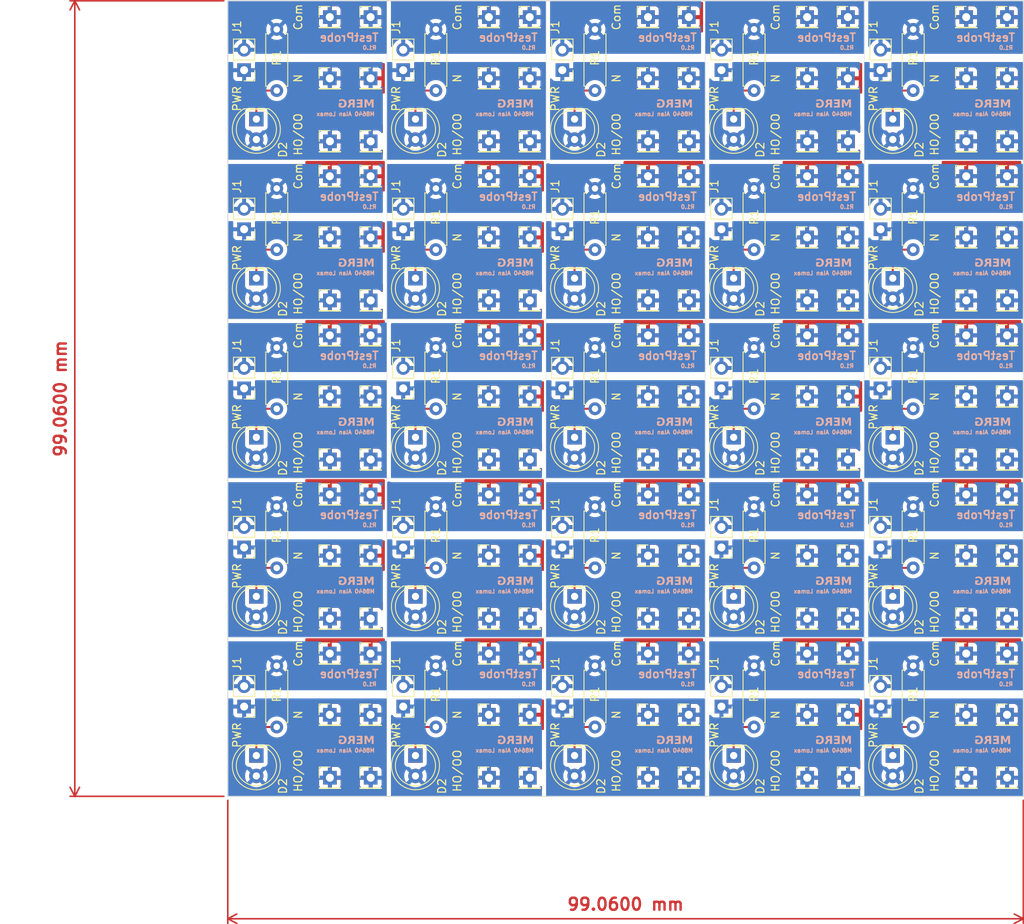
<source format=kicad_pcb>
(kicad_pcb (version 20221018) (generator pcbnew)
  (layers (0 "F.Cu" signal) (31 "B.Cu" signal) (34 "B.Paste" user) (35 "F.Paste" user) (36 "B.SilkS" user "B.Silkscreen") (37 "F.SilkS" user "F.Silkscreen") (38 "B.Mask" user) (39 "F.Mask" user) (44 "Edge.Cuts" user))
  (net 0 "")
  (net 1 "Board_0-Net-(D2-KA)")
  (net 2 "Board_0-Track+")
  (net 3 "Board_0-Track-")
  (net 4 "Board_1-Net-(D2-KA)")
  (net 5 "Board_1-Track+")
  (net 6 "Board_1-Track-")
  (net 7 "Board_2-Net-(D2-KA)")
  (net 8 "Board_2-Track+")
  (net 9 "Board_2-Track-")
  (net 10 "Board_3-Net-(D2-KA)")
  (net 11 "Board_3-Track+")
  (net 12 "Board_3-Track-")
  (net 13 "Board_4-Net-(D2-KA)")
  (net 14 "Board_4-Track+")
  (net 15 "Board_4-Track-")
  (net 16 "Board_5-Net-(D2-KA)")
  (net 17 "Board_5-Track+")
  (net 18 "Board_5-Track-")
  (net 19 "Board_6-Net-(D2-KA)")
  (net 20 "Board_6-Track+")
  (net 21 "Board_6-Track-")
  (net 22 "Board_7-Net-(D2-KA)")
  (net 23 "Board_7-Track+")
  (net 24 "Board_7-Track-")
  (net 25 "Board_8-Net-(D2-KA)")
  (net 26 "Board_8-Track+")
  (net 27 "Board_8-Track-")
  (net 28 "Board_9-Net-(D2-KA)")
  (net 29 "Board_9-Track+")
  (net 30 "Board_9-Track-")
  (net 31 "Board_10-Net-(D2-KA)")
  (net 32 "Board_10-Track+")
  (net 33 "Board_10-Track-")
  (net 34 "Board_11-Net-(D2-KA)")
  (net 35 "Board_11-Track+")
  (net 36 "Board_11-Track-")
  (net 37 "Board_12-Net-(D2-KA)")
  (net 38 "Board_12-Track+")
  (net 39 "Board_12-Track-")
  (net 40 "Board_13-Net-(D2-KA)")
  (net 41 "Board_13-Track+")
  (net 42 "Board_13-Track-")
  (net 43 "Board_14-Net-(D2-KA)")
  (net 44 "Board_14-Track+")
  (net 45 "Board_14-Track-")
  (net 46 "Board_15-Net-(D2-KA)")
  (net 47 "Board_15-Track+")
  (net 48 "Board_15-Track-")
  (net 49 "Board_16-Net-(D2-KA)")
  (net 50 "Board_16-Track+")
  (net 51 "Board_16-Track-")
  (net 52 "Board_17-Net-(D2-KA)")
  (net 53 "Board_17-Track+")
  (net 54 "Board_17-Track-")
  (net 55 "Board_18-Net-(D2-KA)")
  (net 56 "Board_18-Track+")
  (net 57 "Board_18-Track-")
  (net 58 "Board_19-Net-(D2-KA)")
  (net 59 "Board_19-Track+")
  (net 60 "Board_19-Track-")
  (net 61 "Board_20-Net-(D2-KA)")
  (net 62 "Board_20-Track+")
  (net 63 "Board_20-Track-")
  (net 64 "Board_21-Net-(D2-KA)")
  (net 65 "Board_21-Track+")
  (net 66 "Board_21-Track-")
  (net 67 "Board_22-Net-(D2-KA)")
  (net 68 "Board_22-Track+")
  (net 69 "Board_22-Track-")
  (net 70 "Board_23-Net-(D2-KA)")
  (net 71 "Board_23-Track+")
  (net 72 "Board_23-Track-")
  (net 73 "Board_24-Net-(D2-KA)")
  (net 74 "Board_24-Track+")
  (net 75 "Board_24-Track-")
  (footprint "Connector_PinHeader_2.54mm:PinHeader_1x01_P2.54mm_Vertical" (layer "F.Cu") (at 156.374 81.468)
    (fp_text reference "J2-2" hide)
    (fp_text value "Conn_01x01" hide)
  )
  (footprint "Resistor_THT:R_Axial_DIN0207_L6.3mm_D2.5mm_P7.62mm_Horizontal" (layer "F.Cu") (at 105.066 23.556 -90)
    (fp_text reference "R1")
    (fp_text value "1K")
  )
  (footprint "Resistor_THT:R_Axial_DIN0207_L6.3mm_D2.5mm_P7.62mm_Horizontal" (layer "F.Cu") (at 164.502 82.992 -90)
    (fp_text reference "R1")
    (fp_text value "1K")
  )
  (footprint "Connector_PinHeader_2.54mm:PinHeader_1x01_P2.54mm_Vertical" (layer "F.Cu") (at 156.374 69.276)
    (fp_text reference "J3-2" hide)
    (fp_text value "Conn_01x01" hide)
  )
  (footprint "Connector_PinHeader_2.54mm:PinHeader_1x01_P2.54mm_Vertical" (layer "F.Cu") (at 131.482 81.468)
    (fp_text reference "J2-1" hide)
    (fp_text value "Com")
  )
  (footprint "Connector_PinHeader_2.54mm:PinHeader_1x01_P2.54mm_Vertical" (layer "F.Cu") (at 195.998 29.652)
    (fp_text reference "J3-2" hide)
    (fp_text value "Conn_01x01" hide)
  )
  (footprint "Connector_PinHeader_2.54mm:PinHeader_1x01_P2.54mm_Vertical" (layer "F.Cu") (at 190.933905 37.495297)
    (fp_text reference "J4-1" hide)
    (fp_text value "HO/OO")
  )
  (footprint "Connector_PinHeader_2.54mm:PinHeader_1x01_P2.54mm_Vertical" (layer "F.Cu") (at 136.562 49.464)
    (fp_text reference "J3-2" hide)
    (fp_text value "Conn_01x01" hide)
  )
  (footprint "Connector_PinHeader_2.54mm:PinHeader_1x01_P2.54mm_Vertical" (layer "F.Cu") (at 171.106 41.844)
    (fp_text reference "J2-1" hide)
    (fp_text value "Com")
  )
  (footprint "Connector_PinHeader_2.54mm:PinHeader_1x01_P2.54mm_Vertical" (layer "F.Cu") (at 116.765905 77.119297)
    (fp_text reference "J4-2" hide)
    (fp_text value "Conn_01x01" hide)
  )
  (footprint "Connector_PinHeader_2.54mm:PinHeader_1x01_P2.54mm_Vertical" (layer "F.Cu") (at 151.309905 96.931297)
    (fp_text reference "J4-1" hide)
    (fp_text value "HO/OO")
  )
  (footprint "Resistor_THT:R_Axial_DIN0207_L6.3mm_D2.5mm_P7.62mm_Horizontal" (layer "F.Cu") (at 144.69 43.368 -90)
    (fp_text reference "R1")
    (fp_text value "1K")
  )
  (footprint "Connector_PinHeader_2.54mm:PinHeader_1x01_P2.54mm_Vertical" (layer "F.Cu") (at 176.201905 77.119297)
    (fp_text reference "J4-2" hide)
    (fp_text value "Conn_01x01" hide)
  )
  (footprint "LED_THT:LED_D5.0mm" (layer "F.Cu") (at 102.526 54.544 -90)
    (fp_text reference "D2")
    (fp_text value "PWR")
  )
  (footprint "Connector_PinHeader_2.54mm:PinHeader_1x01_P2.54mm_Vertical" (layer "F.Cu") (at 156.374 49.464)
    (fp_text reference "J3-2" hide)
    (fp_text value "Conn_01x01" hide)
  )
  (footprint "LED_THT:LED_D5.0mm" (layer "F.Cu") (at 142.15 113.98 -90)
    (fp_text reference "D2")
    (fp_text value "PWR")
  )
  (footprint "LED_THT:LED_D5.0mm" (layer "F.Cu") (at 102.526 34.732 -90)
    (fp_text reference "D2")
    (fp_text value "PWR")
  )
  (footprint "Connector_PinHeader_2.54mm:PinHeader_1x01_P2.54mm_Vertical" (layer "F.Cu") (at 156.374 108.9)
    (fp_text reference "J3-2" hide)
    (fp_text value "Conn_01x01" hide)
  )
  (footprint "Connector_PinHeader_2.54mm:PinHeader_1x01_P2.54mm_Vertical" (layer "F.Cu") (at 171.106 101.28)
    (fp_text reference "J2-1" hide)
    (fp_text value "Com")
  )
  (footprint "Connector_PinHeader_2.54mm:PinHeader_1x01_P2.54mm_Vertical" (layer "F.Cu") (at 190.918 22.032)
    (fp_text reference "J2-1" hide)
    (fp_text value "Com")
  )
  (footprint "Resistor_THT:R_Axial_DIN0207_L6.3mm_D2.5mm_P7.62mm_Horizontal" (layer "F.Cu") (at 124.878 63.18 -90)
    (fp_text reference "R1")
    (fp_text value "1K")
  )
  (footprint "Connector_PinHeader_2.54mm:PinHeader_1x01_P2.54mm_Vertical" (layer "F.Cu") (at 111.67 29.652)
    (fp_text reference "J3-1" hide)
    (fp_text value "N")
  )
  (footprint "Connector_PinHeader_2.54mm:PinHeader_1x01_P2.54mm_Vertical" (layer "F.Cu") (at 116.75 69.276)
    (fp_text reference "J3-2" hide)
    (fp_text value "Conn_01x01" hide)
  )
  (footprint "Connector_PinHeader_2.54mm:PinHeader_1x01_P2.54mm_Vertical" (layer "F.Cu") (at 111.685905 37.495297)
    (fp_text reference "J4-1" hide)
    (fp_text value "HO/OO")
  )
  (footprint "Connector_PinHeader_2.54mm:PinHeader_1x01_P2.54mm_Vertical" (layer "F.Cu") (at 151.309905 37.495297)
    (fp_text reference "J4-1" hide)
    (fp_text value "HO/OO")
  )
  (footprint "Resistor_THT:R_Axial_DIN0207_L6.3mm_D2.5mm_P7.62mm_Horizontal" (layer "F.Cu") (at 124.878 43.368 -90)
    (fp_text reference "R1")
    (fp_text value "1K")
  )
  (footprint "Connector_PinHeader_2.54mm:PinHeader_1x01_P2.54mm_Vertical" (layer "F.Cu") (at 136.562 101.28)
    (fp_text reference "J2-2" hide)
    (fp_text value "Conn_01x01" hide)
  )
  (footprint "Connector_PinHeader_2.54mm:PinHeader_1x01_P2.54mm_Vertical" (layer "F.Cu") (at 190.933905 116.743297)
    (fp_text reference "J4-1" hide)
    (fp_text value "HO/OO")
  )
  (footprint "Connector_PinHeader_2.54mm:PinHeader_1x01_P2.54mm_Vertical" (layer "F.Cu") (at 176.186 89.088)
    (fp_text reference "J3-2" hide)
    (fp_text value "Conn_01x01" hide)
  )
  (footprint "Connector_PinHeader_2.54mm:PinHeader_1x01_P2.54mm_Vertical" (layer "F.Cu") (at 111.67 61.656)
    (fp_text reference "J2-1" hide)
    (fp_text value "Com")
  )
  (footprint "Connector_PinHeader_2.54mm:PinHeader_1x01_P2.54mm_Vertical" (layer "F.Cu") (at 151.294 22.032)
    (fp_text reference "J2-1" hide)
    (fp_text value "Com")
  )
  (footprint "Resistor_THT:R_Axial_DIN0207_L6.3mm_D2.5mm_P7.62mm_Horizontal" (layer "F.Cu") (at 164.502 102.804 -90)
    (fp_text reference "R1")
    (fp_text value "1K")
  )
  (footprint "Connector_PinHeader_2.54mm:PinHeader_1x01_P2.54mm_Vertical" (layer "F.Cu") (at 190.918 89.088)
    (fp_text reference "J3-1" hide)
    (fp_text value "N")
  )
  (footprint "Connector_PinHeader_2.54mm:PinHeader_1x01_P2.54mm_Vertical" (layer "F.Cu") (at 171.106 22.032)
    (fp_text reference "J2-1" hide)
    (fp_text value "Com")
  )
  (footprint "Connector_PinHeader_2.54mm:PinHeader_1x01_P2.54mm_Vertical" (layer "F.Cu") (at 136.562 89.088)
    (fp_text reference "J3-2" hide)
    (fp_text value "Conn_01x01" hide)
  )
  (footprint "Connector_PinHeader_2.54mm:PinHeader_1x01_P2.54mm_Vertical" (layer "F.Cu") (at 136.577905 57.307297)
    (fp_text reference "J4-2" hide)
    (fp_text value "Conn_01x01" hide)
  )
  (footprint "Connector_PinHeader_2.54mm:PinHeader_1x01_P2.54mm_Vertical" (layer "F.Cu") (at 116.765905 116.743297)
    (fp_text reference "J4-2" hide)
    (fp_text value "Conn_01x01" hide)
  )
  (footprint "Connector_PinHeader_2.54mm:PinHeader_1x01_P2.54mm_Vertical" (layer "F.Cu") (at 111.67 49.464)
    (fp_text reference "J3-1" hide)
    (fp_text value "N")
  )
  (footprint "Connector_PinHeader_2.54mm:PinHeader_1x01_P2.54mm_Vertical" (layer "F.Cu") (at 171.106 108.9)
    (fp_text reference "J3-1" hide)
    (fp_text value "N")
  )
  (footprint "Connector_PinHeader_2.54mm:PinHeader_1x02_P2.54mm_Vertical" (layer "F.Cu") (at 180.25 107.884 180)
    (fp_text reference "J1")
    (fp_text value "Conn_01x02" hide)
  )
  (footprint "Connector_PinHeader_2.54mm:PinHeader_1x01_P2.54mm_Vertical" (layer "F.Cu") (at 136.577905 77.119297)
    (fp_text reference "J4-2" hide)
    (fp_text value "Conn_01x01" hide)
  )
  (footprint "Connector_PinHeader_2.54mm:PinHeader_1x01_P2.54mm_Vertical" (layer "F.Cu") (at 190.918 29.652)
    (fp_text reference "J3-1" hide)
    (fp_text value "N")
  )
  (footprint "Connector_PinHeader_2.54mm:PinHeader_1x01_P2.54mm_Vertical" (layer "F.Cu") (at 171.121905 116.743297)
    (fp_text reference "J4-1" hide)
    (fp_text value "HO/OO")
  )
  (footprint "Resistor_THT:R_Axial_DIN0207_L6.3mm_D2.5mm_P7.62mm_Horizontal" (layer "F.Cu") (at 184.314 63.18 -90)
    (fp_text reference "R1")
    (fp_text value "1K")
  )
  (footprint "Connector_PinHeader_2.54mm:PinHeader_1x01_P2.54mm_Vertical" (layer "F.Cu") (at 195.998 89.088)
    (fp_text reference "J3-2" hide)
    (fp_text value "Conn_01x01" hide)
  )
  (footprint "Connector_PinHeader_2.54mm:PinHeader_1x01_P2.54mm_Vertical" (layer "F.Cu") (at 131.497905 57.307297)
    (fp_text reference "J4-1" hide)
    (fp_text value "HO/OO")
  )
  (footprint "Connector_PinHeader_2.54mm:PinHeader_1x01_P2.54mm_Vertical" (layer "F.Cu") (at 156.374 41.844)
    (fp_text reference "J2-2" hide)
    (fp_text value "Conn_01x01" hide)
  )
  (footprint "Connector_PinHeader_2.54mm:PinHeader_1x01_P2.54mm_Vertical" (layer "F.Cu") (at 190.933905 77.119297)
    (fp_text reference "J4-1" hide)
    (fp_text value "HO/OO")
  )
  (footprint "Resistor_THT:R_Axial_DIN0207_L6.3mm_D2.5mm_P7.62mm_Horizontal" (layer "F.Cu") (at 105.066 82.992 -90)
    (fp_text reference "R1")
    (fp_text value "1K")
  )
  (footprint "LED_THT:LED_D5.0mm" (layer "F.Cu") (at 181.774 113.98 -90)
    (fp_text reference "D2")
    (fp_text value "PWR")
  )
  (footprint "Resistor_THT:R_Axial_DIN0207_L6.3mm_D2.5mm_P7.62mm_Horizontal" (layer "F.Cu") (at 164.502 23.556 -90)
    (fp_text reference "R1")
    (fp_text value "1K")
  )
  (footprint "Connector_PinHeader_2.54mm:PinHeader_1x01_P2.54mm_Vertical" (layer "F.Cu") (at 195.998 22.032)
    (fp_text reference "J2-2" hide)
    (fp_text value "Conn_01x01" hide)
  )
  (footprint "LED_THT:LED_D5.0mm" (layer "F.Cu") (at 142.15 94.168 -90)
    (fp_text reference "D2")
    (fp_text value "PWR")
  )
  (footprint "Connector_PinHeader_2.54mm:PinHeader_1x01_P2.54mm_Vertical" (layer "F.Cu") (at 131.482 89.088)
    (fp_text reference "J3-1" hide)
    (fp_text value "N")
  )
  (footprint "Connector_PinHeader_2.54mm:PinHeader_1x02_P2.54mm_Vertical" (layer "F.Cu") (at 101.002 28.636 180)
    (fp_text reference "J1")
    (fp_text value "Conn_01x02" hide)
  )
  (footprint "Resistor_THT:R_Axial_DIN0207_L6.3mm_D2.5mm_P7.62mm_Horizontal" (layer "F.Cu") (at 124.878 82.992 -90)
    (fp_text reference "R1")
    (fp_text value "1K")
  )
  (footprint "LED_THT:LED_D5.0mm" (layer "F.Cu") (at 181.774 54.544 -90)
    (fp_text reference "D2")
    (fp_text value "PWR")
  )
  (footprint "LED_THT:LED_D5.0mm" (layer "F.Cu") (at 142.15 54.544 -90)
    (fp_text reference "D2")
    (fp_text value "PWR")
  )
  (footprint "Connector_PinHeader_2.54mm:PinHeader_1x01_P2.54mm_Vertical" (layer "F.Cu") (at 176.186 108.9)
    (fp_text reference "J3-2" hide)
    (fp_text value "Conn_01x01" hide)
  )
  (footprint "Connector_PinHeader_2.54mm:PinHeader_1x02_P2.54mm_Vertical" (layer "F.Cu") (at 140.626 88.072 180)
    (fp_text reference "J1")
    (fp_text value "Conn_01x02" hide)
  )
  (footprint "Connector_PinHeader_2.54mm:PinHeader_1x01_P2.54mm_Vertical" (layer "F.Cu") (at 156.374 61.656)
    (fp_text reference "J2-2" hide)
    (fp_text value "Conn_01x01" hide)
  )
  (footprint "Connector_PinHeader_2.54mm:PinHeader_1x01_P2.54mm_Vertical" (layer "F.Cu") (at 116.765905 96.931297)
    (fp_text reference "J4-2" hide)
    (fp_text value "Conn_01x01" hide)
  )
  (footprint "Connector_PinHeader_2.54mm:PinHeader_1x01_P2.54mm_Vertical" (layer "F.Cu") (at 151.294 61.656)
    (fp_text reference "J2-1" hide)
    (fp_text value "Com")
  )
  (footprint "Connector_PinHeader_2.54mm:PinHeader_1x01_P2.54mm_Vertical" (layer "F.Cu") (at 195.998 81.468)
    (fp_text reference "J2-2" hide)
    (fp_text value "Conn_01x01" hide)
  )
  (footprint "Resistor_THT:R_Axial_DIN0207_L6.3mm_D2.5mm_P7.62mm_Horizontal" (layer "F.Cu") (at 105.066 102.804 -90)
    (fp_text reference "R1")
    (fp_text value "1K")
  )
  (footprint "Connector_PinHeader_2.54mm:PinHeader_1x01_P2.54mm_Vertical" (layer "F.Cu") (at 131.497905 116.743297)
    (fp_text reference "J4-1" hide)
    (fp_text value "HO/OO")
  )
  (footprint "Resistor_THT:R_Axial_DIN0207_L6.3mm_D2.5mm_P7.62mm_Horizontal" (layer "F.Cu") (at 105.066 43.368 -90)
    (fp_text reference "R1")
    (fp_text value "1K")
  )
  (footprint "Connector_PinHeader_2.54mm:PinHeader_1x01_P2.54mm_Vertical" (layer "F.Cu") (at 131.497905 37.495297)
    (fp_text reference "J4-1" hide)
    (fp_text value "HO/OO")
  )
  (footprint "LED_THT:LED_D5.0mm" (layer "F.Cu") (at 161.962 54.544 -90)
    (fp_text reference "D2")
    (fp_text value "PWR")
  )
  (footprint "Resistor_THT:R_Axial_DIN0207_L6.3mm_D2.5mm_P7.62mm_Horizontal" (layer "F.Cu") (at 184.314 23.556 -90)
    (fp_text reference "R1")
    (fp_text value "1K")
  )
  (footprint "Connector_PinHeader_2.54mm:PinHeader_1x01_P2.54mm_Vertical" (layer "F.Cu") (at 116.75 41.844)
    (fp_text reference "J2-2" hide)
    (fp_text value "Conn_01x01" hide)
  )
  (footprint "LED_THT:LED_D5.0mm" (layer "F.Cu") (at 161.962 113.98 -90)
    (fp_text reference "D2")
    (fp_text value "PWR")
  )
  (footprint "Connector_PinHeader_2.54mm:PinHeader_1x01_P2.54mm_Vertical" (layer "F.Cu") (at 176.186 61.656)
    (fp_text reference "J2-2" hide)
    (fp_text value "Conn_01x01" hide)
  )
  (footprint "Connector_PinHeader_2.54mm:PinHeader_1x01_P2.54mm_Vertical" (layer "F.Cu") (at 156.374 29.652)
    (fp_text reference "J3-2" hide)
    (fp_text value "Conn_01x01" hide)
  )
  (footprint "Connector_PinHeader_2.54mm:PinHeader_1x01_P2.54mm_Vertical" (layer "F.Cu") (at 151.294 69.276)
    (fp_text reference "J3-1" hide)
    (fp_text value "N")
  )
  (footprint "Connector_PinHeader_2.54mm:PinHeader_1x02_P2.54mm_Vertical" (layer "F.Cu") (at 180.25 88.072 180)
    (fp_text reference "J1")
    (fp_text value "Conn_01x02" hide)
  )
  (footprint "Connector_PinHeader_2.54mm:PinHeader_1x01_P2.54mm_Vertical" (layer "F.Cu") (at 116.75 22.032)
    (fp_text reference "J2-2" hide)
    (fp_text value "Conn_01x01" hide)
  )
  (footprint "LED_THT:LED_D5.0mm" (layer "F.Cu") (at 122.338 34.732 -90)
    (fp_text reference "D2")
    (fp_text value "PWR")
  )
  (footprint "Connector_PinHeader_2.54mm:PinHeader_1x01_P2.54mm_Vertical" (layer "F.Cu") (at 196.013905 57.307297)
    (fp_text reference "J4-2" hide)
    (fp_text value "Conn_01x01" hide)
  )
  (footprint "Connector_PinHeader_2.54mm:PinHeader_1x01_P2.54mm_Vertical" (layer "F.Cu") (at 151.294 29.652)
    (fp_text reference "J3-1" hide)
    (fp_text value "N")
  )
  (footprint "Connector_PinHeader_2.54mm:PinHeader_1x02_P2.54mm_Vertical" (layer "F.Cu") (at 180.25 28.636 180)
    (fp_text reference "J1")
    (fp_text value "Conn_01x02" hide)
  )
  (footprint "Connector_PinHeader_2.54mm:PinHeader_1x02_P2.54mm_Vertical" (layer "F.Cu") (at 140.626 28.636 180)
    (fp_text reference "J1")
    (fp_text value "Conn_01x02" hide)
  )
  (footprint "Connector_PinHeader_2.54mm:PinHeader_1x01_P2.54mm_Vertical" (layer "F.Cu") (at 131.482 22.032)
    (fp_text reference "J2-1" hide)
    (fp_text value "Com")
  )
  (footprint "Connector_PinHeader_2.54mm:PinHeader_1x02_P2.54mm_Vertical" (layer "F.Cu") (at 180.25 68.26 180)
    (fp_text reference "J1")
    (fp_text value "Conn_01x02" hide)
  )
  (footprint "Connector_PinHeader_2.54mm:PinHeader_1x01_P2.54mm_Vertical" (layer "F.Cu") (at 116.75 49.464)
    (fp_text reference "J3-2" hide)
    (fp_text value "Conn_01x01" hide)
  )
  (footprint "Connector_PinHeader_2.54mm:PinHeader_1x01_P2.54mm_Vertical" (layer "F.Cu") (at 171.106 61.656)
    (fp_text reference "J2-1" hide)
    (fp_text value "Com")
  )
  (footprint "Connector_PinHeader_2.54mm:PinHeader_1x01_P2.54mm_Vertical" (layer "F.Cu") (at 171.121905 77.119297)
    (fp_text reference "J4-1" hide)
    (fp_text value "HO/OO")
  )
  (footprint "Connector_PinHeader_2.54mm:PinHeader_1x01_P2.54mm_Vertical" (layer "F.Cu") (at 131.497905 77.119297)
    (fp_text reference "J4-1" hide)
    (fp_text value "HO/OO")
  )
  (footprint "Connector_PinHeader_2.54mm:PinHeader_1x01_P2.54mm_Vertical" (layer "F.Cu") (at 176.201905 116.743297)
    (fp_text reference "J4-2" hide)
    (fp_text value "Conn_01x01" hide)
  )
  (footprint "Connector_PinHeader_2.54mm:PinHeader_1x01_P2.54mm_Vertical" (layer "F.Cu") (at 176.186 69.276)
    (fp_text reference "J3-2" hide)
    (fp_text value "Conn_01x01" hide)
  )
  (footprint "Connector_PinHeader_2.54mm:PinHeader_1x01_P2.54mm_Vertical" (layer "F.Cu") (at 116.765905 37.495297)
    (fp_text reference "J4-2" hide)
    (fp_text value "Conn_01x01" hide)
  )
  (footprint "Connector_PinHeader_2.54mm:PinHeader_1x01_P2.54mm_Vertical" (layer "F.Cu") (at 156.374 22.032)
    (fp_text reference "J2-2" hide)
    (fp_text value "Conn_01x01" hide)
  )
  (footprint "Connector_PinHeader_2.54mm:PinHeader_1x02_P2.54mm_Vertical" (layer "F.Cu") (at 120.814 48.448 180)
    (fp_text reference "J1")
    (fp_text value "Conn_01x02" hide)
  )
  (footprint "Connector_PinHeader_2.54mm:PinHeader_1x01_P2.54mm_Vertical" (layer "F.Cu") (at 190.918 101.28)
    (fp_text reference "J2-1" hide)
    (fp_text value "Com")
  )
  (footprint "Resistor_THT:R_Axial_DIN0207_L6.3mm_D2.5mm_P7.62mm_Horizontal" (layer "F.Cu") (at 144.69 102.804 -90)
    (fp_text reference "R1")
    (fp_text value "1K")
  )
  (footprint "Connector_PinHeader_2.54mm:PinHeader_1x01_P2.54mm_Vertical" (layer "F.Cu") (at 116.75 89.088)
    (fp_text reference "J3-2" hide)
    (fp_text value "Conn_01x01" hide)
  )
  (footprint "Resistor_THT:R_Axial_DIN0207_L6.3mm_D2.5mm_P7.62mm_Horizontal" (layer "F.Cu") (at 164.502 43.368 -90)
    (fp_text reference "R1")
    (fp_text value "1K")
  )
  (footprint "Connector_PinHeader_2.54mm:PinHeader_1x01_P2.54mm_Vertical" (layer "F.Cu") (at 111.67 41.844)
    (fp_text reference "J2-1" hide)
    (fp_text value "Com")
  )
  (footprint "Connector_PinHeader_2.54mm:PinHeader_1x01_P2.54mm_Vertical" (layer "F.Cu") (at 136.577905 116.743297)
    (fp_text reference "J4-2" hide)
    (fp_text value "Conn_01x01" hide)
  )
  (footprint "Connector_PinHeader_2.54mm:PinHeader_1x01_P2.54mm_Vertical" (layer "F.Cu") (at 190.933905 57.307297)
    (fp_text reference "J4-1" hide)
    (fp_text value "HO/OO")
  )
  (footprint "Connector_PinHeader_2.54mm:PinHeader_1x01_P2.54mm_Vertical" (layer "F.Cu") (at 151.294 108.9)
    (fp_text reference "J3-1" hide)
    (fp_text value "N")
  )
  (footprint "Connector_PinHeader_2.54mm:PinHeader_1x01_P2.54mm_Vertical" (layer "F.Cu") (at 151.294 41.844)
    (fp_text reference "J2-1" hide)
    (fp_text value "Com")
  )
  (footprint "Connector_PinHeader_2.54mm:PinHeader_1x01_P2.54mm_Vertical" (layer "F.Cu") (at 171.106 29.652)
    (fp_text reference "J3-1" hide)
    (fp_text value "N")
  )
  (footprint "Resistor_THT:R_Axial_DIN0207_L6.3mm_D2.5mm_P7.62mm_Horizontal" (layer "F.Cu") (at 124.878 102.804 -90)
    (fp_text reference "R1")
    (fp_text value "1K")
  )
  (footprint "Connector_PinHeader_2.54mm:PinHeader_1x02_P2.54mm_Vertical" (layer "F.Cu") (at 160.438 68.26 180)
    (fp_text reference "J1")
    (fp_text value "Conn_01x02" hide)
  )
  (footprint "Connector_PinHeader_2.54mm:PinHeader_1x01_P2.54mm_Vertical" (layer "F.Cu") (at 151.309905 57.307297)
    (fp_text reference "J4-1" hide)
    (fp_text value "HO/OO")
  )
  (footprint "Connector_PinHeader_2.54mm:PinHeader_1x01_P2.54mm_Vertical" (layer "F.Cu") (at 190.918 49.464)
    (fp_text reference "J3-1" hide)
    (fp_text value "N")
  )
  (footprint "Connector_PinHeader_2.54mm:PinHeader_1x01_P2.54mm_Vertical" (layer "F.Cu") (at 131.482 69.276)
    (fp_text reference "J3-1" hide)
    (fp_text value "N")
  )
  (footprint "Connector_PinHeader_2.54mm:PinHeader_1x01_P2.54mm_Vertical" (layer "F.Cu") (at 176.186 41.844)
    (fp_text reference "J2-2" hide)
    (fp_text value "Conn_01x01" hide)
  )
  (footprint "Connector_PinHeader_2.54mm:PinHeader_1x01_P2.54mm_Vertical" (layer "F.Cu") (at 176.186 22.032)
    (fp_text reference "J2-2" hide)
    (fp_text value "Conn_01x01" hide)
  )
  (footprint "LED_THT:LED_D5.0mm" (layer "F.Cu") (at 161.962 94.168 -90)
    (fp_text reference "D2")
    (fp_text value "PWR")
  )
  (footprint "Connector_PinHeader_2.54mm:PinHeader_1x01_P2.54mm_Vertical" (layer "F.Cu") (at 156.389905 37.495297)
    (fp_text reference "J4-2" hide)
    (fp_text value "Conn_01x01" hide)
  )
  (footprint "Connector_PinHeader_2.54mm:PinHeader_1x01_P2.54mm_Vertical" (layer "F.Cu") (at 136.562 22.032)
    (fp_text reference "J2-2" hide)
    (fp_text value "Conn_01x01" hide)
  )
  (footprint "Connector_PinHeader_2.54mm:PinHeader_1x02_P2.54mm_Vertical" (layer "F.Cu") (at 120.814 107.884 180)
    (fp_text reference "J1")
    (fp_text value "Conn_01x02" hide)
  )
  (footprint "Connector_PinHeader_2.54mm:PinHeader_1x01_P2.54mm_Vertical" (layer "F.Cu") (at 156.374 89.088)
    (fp_text reference "J3-2" hide)
    (fp_text value "Conn_01x01" hide)
  )
  (footprint "Connector_PinHeader_2.54mm:PinHeader_1x02_P2.54mm_Vertical" (layer "F.Cu") (at 160.438 88.072 180)
    (fp_text reference "J1")
    (fp_text value "Conn_01x02" hide)
  )
  (footprint "Connector_PinHeader_2.54mm:PinHeader_1x01_P2.54mm_Vertical" (layer "F.Cu") (at 111.685905 77.119297)
    (fp_text reference "J4-1" hide)
    (fp_text value "HO/OO")
  )
  (footprint "Connector_PinHeader_2.54mm:PinHeader_1x01_P2.54mm_Vertical" (layer "F.Cu") (at 171.106 69.276)
    (fp_text reference "J3-1" hide)
    (fp_text value "N")
  )
  (footprint "LED_THT:LED_D5.0mm" (layer "F.Cu") (at 102.526 94.168 -90)
    (fp_text reference "D2")
    (fp_text value "PWR")
  )
  (footprint "LED_THT:LED_D5.0mm" (layer "F.Cu") (at 122.338 94.168 -90)
    (fp_text reference "D2")
    (fp_text value "PWR")
  )
  (footprint "Connector_PinHeader_2.54mm:PinHeader_1x01_P2.54mm_Vertical" (layer "F.Cu") (at 136.577905 37.495297)
    (fp_text reference "J4-2" hide)
    (fp_text value "Conn_01x01" hide)
  )
  (footprint "Connector_PinHeader_2.54mm:PinHeader_1x01_P2.54mm_Vertical" (layer "F.Cu") (at 176.201905 37.495297)
    (fp_text reference "J4-2" hide)
    (fp_text value "Conn_01x01" hide)
  )
  (footprint "Connector_PinHeader_2.54mm:PinHeader_1x02_P2.54mm_Vertical" (layer "F.Cu") (at 160.438 107.884 180)
    (fp_text reference "J1")
    (fp_text value "Conn_01x02" hide)
  )
  (footprint "Connector_PinHeader_2.54mm:PinHeader_1x01_P2.54mm_Vertical" (layer "F.Cu") (at 136.562 69.276)
    (fp_text reference "J3-2" hide)
    (fp_text value "Conn_01x01" hide)
  )
  (footprint "Connector_PinHeader_2.54mm:PinHeader_1x02_P2.54mm_Vertical" (layer "F.Cu") (at 120.814 88.072 180)
    (fp_text reference "J1")
    (fp_text value "Conn_01x02" hide)
  )
  (footprint "Resistor_THT:R_Axial_DIN0207_L6.3mm_D2.5mm_P7.62mm_Horizontal" (layer "F.Cu") (at 144.69 23.556 -90)
    (fp_text reference "R1")
    (fp_text value "1K")
  )
  (footprint "LED_THT:LED_D5.0mm" (layer "F.Cu") (at 142.15 74.356 -90)
    (fp_text reference "D2")
    (fp_text value "PWR")
  )
  (footprint "Connector_PinHeader_2.54mm:PinHeader_1x01_P2.54mm_Vertical" (layer "F.Cu") (at 131.482 41.844)
    (fp_text reference "J2-1" hide)
    (fp_text value "Com")
  )
  (footprint "Connector_PinHeader_2.54mm:PinHeader_1x01_P2.54mm_Vertical" (layer "F.Cu") (at 190.918 81.468)
    (fp_text reference "J2-1" hide)
    (fp_text value "Com")
  )
  (footprint "Connector_PinHeader_2.54mm:PinHeader_1x01_P2.54mm_Vertical" (layer "F.Cu") (at 171.106 89.088)
    (fp_text reference "J3-1" hide)
    (fp_text value "N")
  )
  (footprint "Connector_PinHeader_2.54mm:PinHeader_1x02_P2.54mm_Vertical" (layer "F.Cu") (at 120.814 68.26 180)
    (fp_text reference "J1")
    (fp_text value "Conn_01x02" hide)
  )
  (footprint "Resistor_THT:R_Axial_DIN0207_L6.3mm_D2.5mm_P7.62mm_Horizontal" (layer "F.Cu") (at 184.314 43.368 -90)
    (fp_text reference "R1")
    (fp_text value "1K")
  )
  (footprint "Connector_PinHeader_2.54mm:PinHeader_1x01_P2.54mm_Vertical" (layer "F.Cu") (at 195.998 101.28)
    (fp_text reference "J2-2" hide)
    (fp_text value "Conn_01x01" hide)
  )
  (footprint "Connector_PinHeader_2.54mm:PinHeader_1x01_P2.54mm_Vertical" (layer "F.Cu") (at 131.482 61.656)
    (fp_text reference "J2-1" hide)
    (fp_text value "Com")
  )
  (footprint "Connector_PinHeader_2.54mm:PinHeader_1x01_P2.54mm_Vertical" (layer "F.Cu") (at 156.374 101.28)
    (fp_text reference "J2-2" hide)
    (fp_text value "Conn_01x01" hide)
  )
  (footprint "Connector_PinHeader_2.54mm:PinHeader_1x01_P2.54mm_Vertical" (layer "F.Cu") (at 111.67 22.032)
    (fp_text reference "J2-1" hide)
    (fp_text value "Com")
  )
  (footprint "Connector_PinHeader_2.54mm:PinHeader_1x02_P2.54mm_Vertical" (layer "F.Cu") (at 101.002 48.448 180)
    (fp_text reference "J1")
    (fp_text value "Conn_01x02" hide)
  )
  (footprint "Connector_PinHeader_2.54mm:PinHeader_1x01_P2.54mm_Vertical" (layer "F.Cu") (at 156.389905 96.931297)
    (fp_text reference "J4-2" hide)
    (fp_text value "Conn_01x01" hide)
  )
  (footprint "Connector_PinHeader_2.54mm:PinHeader_1x01_P2.54mm_Vertical" (layer "F.Cu") (at 171.106 49.464)
    (fp_text reference "J3-1" hide)
    (fp_text value "N")
  )
  (footprint "Connector_PinHeader_2.54mm:PinHeader_1x01_P2.54mm_Vertical" (layer "F.Cu") (at 176.201905 57.307297)
    (fp_text reference "J4-2" hide)
    (fp_text value "Conn_01x01" hide)
  )
  (footprint "Resistor_THT:R_Axial_DIN0207_L6.3mm_D2.5mm_P7.62mm_Horizontal" (layer "F.Cu") (at 184.314 102.804 -90)
    (fp_text reference "R1")
    (fp_text value "1K")
  )
  (footprint "Connector_PinHeader_2.54mm:PinHeader_1x01_P2.54mm_Vertical" (layer "F.Cu") (at 131.482 29.652)
    (fp_text reference "J3-1" hide)
    (fp_text value "N")
  )
  (footprint "Connector_PinHeader_2.54mm:PinHeader_1x01_P2.54mm_Vertical" (layer "F.Cu") (at 195.998 108.9)
    (fp_text reference "J3-2" hide)
    (fp_text value "Conn_01x01" hide)
  )
  (footprint "Connector_PinHeader_2.54mm:PinHeader_1x01_P2.54mm_Vertical" (layer "F.Cu") (at 151.309905 116.743297)
    (fp_text reference "J4-1" hide)
    (fp_text value "HO/OO")
  )
  (footprint "Connector_PinHeader_2.54mm:PinHeader_1x01_P2.54mm_Vertical" (layer "F.Cu") (at 111.685905 96.931297)
    (fp_text reference "J4-1" hide)
    (fp_text value "HO/OO")
  )
  (footprint "Connector_PinHeader_2.54mm:PinHeader_1x02_P2.54mm_Vertical" (layer "F.Cu") (at 180.25 48.448 180)
    (fp_text reference "J1")
    (fp_text value "Conn_01x02" hide)
  )
  (footprint "Connector_PinHeader_2.54mm:PinHeader_1x01_P2.54mm_Vertical" (layer "F.Cu") (at 171.121905 37.495297)
    (fp_text reference "J4-1" hide)
    (fp_text value "HO/OO")
  )
  (footprint "Connector_PinHeader_2.54mm:PinHeader_1x01_P2.54mm_Vertical" (layer "F.Cu") (at 156.389905 116.743297)
    (fp_text reference "J4-2" hide)
    (fp_text value "Conn_01x01" hide)
  )
  (footprint "Connector_PinHeader_2.54mm:PinHeader_1x01_P2.54mm_Vertical" (layer "F.Cu") (at 156.389905 57.307297)
    (fp_text reference "J4-2" hide)
    (fp_text value "Conn_01x01" hide)
  )
  (footprint "Connector_PinHeader_2.54mm:PinHeader_1x01_P2.54mm_Vertical" (layer "F.Cu") (at 196.013905 77.119297)
    (fp_text reference "J4-2" hide)
    (fp_text value "Conn_01x01" hide)
  )
  (footprint "Resistor_THT:R_Axial_DIN0207_L6.3mm_D2.5mm_P7.62mm_Horizontal" (layer "F.Cu") (at 184.314 82.992 -90)
    (fp_text reference "R1")
    (fp_text value "1K")
  )
  (footprint "Connector_PinHeader_2.54mm:PinHeader_1x01_P2.54mm_Vertical" (layer "F.Cu") (at 195.998 49.464)
    (fp_text reference "J3-2" hide)
    (fp_text value "Conn_01x01" hide)
  )
  (footprint "Connector_PinHeader_2.54mm:PinHeader_1x01_P2.54mm_Vertical" (layer "F.Cu") (at 116.75 61.656)
    (fp_text reference "J2-2" hide)
    (fp_text value "Conn_01x01" hide)
  )
  (footprint "Connector_PinHeader_2.54mm:PinHeader_1x01_P2.54mm_Vertical" (layer "F.Cu") (at 190.918 69.276)
    (fp_text reference "J3-1" hide)
    (fp_text value "N")
  )
  (footprint "Connector_PinHeader_2.54mm:PinHeader_1x02_P2.54mm_Vertical" (layer "F.Cu") (at 101.002 68.26 180)
    (fp_text reference "J1")
    (fp_text value "Conn_01x02" hide)
  )
  (footprint "Connector_PinHeader_2.54mm:PinHeader_1x01_P2.54mm_Vertical" (layer "F.Cu") (at 136.562 29.652)
    (fp_text reference "J3-2" hide)
    (fp_text value "Conn_01x01" hide)
  )
  (footprint "LED_THT:LED_D5.0mm" (layer "F.Cu") (at 161.962 34.732 -90)
    (fp_text reference "D2")
    (fp_text value "PWR")
  )
  (footprint "Connector_PinHeader_2.54mm:PinHeader_1x01_P2.54mm_Vertical" (layer "F.Cu") (at 111.67 108.9)
    (fp_text reference "J3-1" hide)
    (fp_text value "N")
  )
  (footprint "Connector_PinHeader_2.54mm:PinHeader_1x01_P2.54mm_Vertical" (layer "F.Cu") (at 190.918 41.844)
    (fp_text reference "J2-1" hide)
    (fp_text value "Com")
  )
  (footprint "Connector_PinHeader_2.54mm:PinHeader_1x01_P2.54mm_Vertical" (layer "F.Cu") (at 136.562 81.468)
    (fp_text reference "J2-2" hide)
    (fp_text value "Conn_01x01" hide)
  )
  (footprint "Connector_PinHeader_2.54mm:PinHeader_1x01_P2.54mm_Vertical" (layer "F.Cu") (at 136.562 108.9)
    (fp_text reference "J3-2" hide)
    (fp_text value "Conn_01x01" hide)
  )
  (footprint "LED_THT:LED_D5.0mm" (layer "F.Cu") (at 161.962 74.356 -90)
    (fp_text reference "D2")
    (fp_text value "PWR")
  )
  (footprint "Connector_PinHeader_2.54mm:PinHeader_1x01_P2.54mm_Vertical" (layer "F.Cu") (at 136.562 41.844)
    (fp_text reference "J2-2" hide)
    (fp_text value "Conn_01x01" hide)
  )
  (footprint "Connector_PinHeader_2.54mm:PinHeader_1x01_P2.54mm_Vertical" (layer "F.Cu") (at 171.121905 96.931297)
    (fp_text reference "J4-1" hide)
    (fp_text value "HO/OO")
  )
  (footprint "Connector_PinHeader_2.54mm:PinHeader_1x01_P2.54mm_Vertical" (layer "F.Cu") (at 151.309905 77.119297)
    (fp_text reference "J4-1" hide)
    (fp_text value "HO/OO")
  )
  (footprint "Connector_PinHeader_2.54mm:PinHeader_1x01_P2.54mm_Vertical" (layer "F.Cu") (at 176.186 29.652)
    (fp_text reference "J3-2" hide)
    (fp_text value "Conn_01x01" hide)
  )
  (footprint "Connector_PinHeader_2.54mm:PinHeader_1x01_P2.54mm_Vertical" (layer "F.Cu") (at 131.482 49.464)
    (fp_text reference "J3-1" hide)
    (fp_text value "N")
  )
  (footprint "Resistor_THT:R_Axial_DIN0207_L6.3mm_D2.5mm_P7.62mm_Horizontal" (layer "F.Cu") (at 124.878 23.556 -90)
    (fp_text reference "R1")
    (fp_text value "1K")
  )
  (footprint "Connector_PinHeader_2.54mm:PinHeader_1x01_P2.54mm_Vertical" (layer "F.Cu") (at 195.998 41.844)
    (fp_text reference "J2-2" hide)
    (fp_text value "Conn_01x01" hide)
  )
  (footprint "Connector_PinHeader_2.54mm:PinHeader_1x01_P2.54mm_Vertical" (layer "F.Cu") (at 196.013905 116.743297)
    (fp_text reference "J4-2" hide)
    (fp_text value "Conn_01x01" hide)
  )
  (footprint "Connector_PinHeader_2.54mm:PinHeader_1x02_P2.54mm_Vertical" (layer "F.Cu") (at 101.002 107.884 180)
    (fp_text reference "J1")
    (fp_text value "Conn_01x02" hide)
  )
  (footprint "Connector_PinHeader_2.54mm:PinHeader_1x01_P2.54mm_Vertical" (layer "F.Cu") (at 116.765905 57.307297)
    (fp_text reference "J4-2" hide)
    (fp_text value "Conn_01x01" hide)
  )
  (footprint "LED_THT:LED_D5.0mm" (layer "F.Cu") (at 181.774 34.732 -90)
    (fp_text reference "D2")
    (fp_text value "PWR")
  )
  (footprint "Connector_PinHeader_2.54mm:PinHeader_1x01_P2.54mm_Vertical" (layer "F.Cu") (at 176.186 81.468)
    (fp_text reference "J2-2" hide)
    (fp_text value "Conn_01x01" hide)
  )
  (footprint "LED_THT:LED_D5.0mm" (layer "F.Cu") (at 181.774 94.168 -90)
    (fp_text reference "D2")
    (fp_text value "PWR")
  )
  (footprint "Connector_PinHeader_2.54mm:PinHeader_1x01_P2.54mm_Vertical" (layer "F.Cu") (at 196.013905 96.931297)
    (fp_text reference "J4-2" hide)
    (fp_text value "Conn_01x01" hide)
  )
  (footprint "Connector_PinHeader_2.54mm:PinHeader_1x02_P2.54mm_Vertical" (layer "F.Cu") (at 160.438 28.636 180)
    (fp_text reference "J1")
    (fp_text value "Conn_01x02" hide)
  )
  (footprint "Connector_PinHeader_2.54mm:PinHeader_1x01_P2.54mm_Vertical" (layer "F.Cu") (at 131.482 108.9)
    (fp_text reference "J3-1" hide)
    (fp_text value "N")
  )
  (footprint "Connector_PinHeader_2.54mm:PinHeader_1x01_P2.54mm_Vertical" (layer "F.Cu") (at 176.201905 96.931297)
    (fp_text reference "J4-2" hide)
    (fp_text value "Conn_01x01" hide)
  )
  (footprint "LED_THT:LED_D5.0mm" (layer "F.Cu") (at 102.526 113.98 -90)
    (fp_text reference "D2")
    (fp_text value "PWR")
  )
  (footprint "Resistor_THT:R_Axial_DIN0207_L6.3mm_D2.5mm_P7.62mm_Horizontal" (layer "F.Cu") (at 144.69 63.18 -90)
    (fp_text reference "R1")
    (fp_text value "1K")
  )
  (footprint "LED_THT:LED_D5.0mm" (layer "F.Cu") (at 102.526 74.356 -90)
    (fp_text reference "D2")
    (fp_text value "PWR")
  )
  (footprint "Connector_PinHeader_2.54mm:PinHeader_1x02_P2.54mm_Vertical" (layer "F.Cu") (at 120.814 28.636 180)
    (fp_text reference "J1")
    (fp_text value "Conn_01x02" hide)
  )
  (footprint "Connector_PinHeader_2.54mm:PinHeader_1x01_P2.54mm_Vertical" (layer "F.Cu") (at 151.294 49.464)
    (fp_text reference "J3-1" hide)
    (fp_text value "N")
  )
  (footprint "Connector_PinHeader_2.54mm:PinHeader_1x02_P2.54mm_Vertical" (layer "F.Cu") (at 140.626 48.448 180)
    (fp_text reference "J1")
    (fp_text value "Conn_01x02" hide)
  )
  (footprint "Connector_PinHeader_2.54mm:PinHeader_1x01_P2.54mm_Vertical" (layer "F.Cu") (at 190.918 108.9)
    (fp_text reference "J3-1" hide)
    (fp_text value "N")
  )
  (footprint "Connector_PinHeader_2.54mm:PinHeader_1x02_P2.54mm_Vertical" (layer "F.Cu") (at 140.626 107.884 180)
    (fp_text reference "J1")
    (fp_text value "Conn_01x02" hide)
  )
  (footprint "Connector_PinHeader_2.54mm:PinHeader_1x01_P2.54mm_Vertical" (layer "F.Cu") (at 171.106 81.468)
    (fp_text reference "J2-1" hide)
    (fp_text value "Com")
  )
  (footprint "LED_THT:LED_D5.0mm" (layer "F.Cu") (at 122.338 54.544 -90)
    (fp_text reference "D2")
    (fp_text value "PWR")
  )
  (footprint "Connector_PinHeader_2.54mm:PinHeader_1x02_P2.54mm_Vertical" (layer "F.Cu") (at 140.626 68.26 180)
    (fp_text reference "J1")
    (fp_text value "Conn_01x02" hide)
  )
  (footprint "Connector_PinHeader_2.54mm:PinHeader_1x01_P2.54mm_Vertical" (layer "F.Cu") (at 156.389905 77.119297)
    (fp_text reference "J4-2" hide)
    (fp_text value "Conn_01x01" hide)
  )
  (footprint "Connector_PinHeader_2.54mm:PinHeader_1x01_P2.54mm_Vertical" (layer "F.Cu") (at 116.75 101.28)
    (fp_text reference "J2-2" hide)
    (fp_text value "Conn_01x01" hide)
  )
  (footprint "Resistor_THT:R_Axial_DIN0207_L6.3mm_D2.5mm_P7.62mm_Horizontal" (layer "F.Cu") (at 105.066 63.18 -90)
    (fp_text reference "R1")
    (fp_text value "1K")
  )
  (footprint "Connector_PinHeader_2.54mm:PinHeader_1x01_P2.54mm_Vertical" (layer "F.Cu") (at 131.497905 96.931297)
    (fp_text reference "J4-1" hide)
    (fp_text value "HO/OO")
  )
  (footprint "Connector_PinHeader_2.54mm:PinHeader_1x01_P2.54mm_Vertical" (layer "F.Cu") (at 176.186 101.28)
    (fp_text reference "J2-2" hide)
    (fp_text value "Conn_01x01" hide)
  )
  (footprint "Connector_PinHeader_2.54mm:PinHeader_1x01_P2.54mm_Vertical" (layer "F.Cu") (at 116.75 29.652)
    (fp_text reference "J3-2" hide)
    (fp_text value "Conn_01x01" hide)
  )
  (footprint "Connector_PinHeader_2.54mm:PinHeader_1x01_P2.54mm_Vertical" (layer "F.Cu") (at 116.75 108.9)
    (fp_text reference "J3-2" hide)
    (fp_text value "Conn_01x01" hide)
  )
  (footprint "Connector_PinHeader_2.54mm:PinHeader_1x01_P2.54mm_Vertical" (layer "F.Cu") (at 171.121905 57.307297)
    (fp_text reference "J4-1" hide)
    (fp_text value "HO/OO")
  )
  (footprint "Connector_PinHeader_2.54mm:PinHeader_1x01_P2.54mm_Vertical" (layer "F.Cu") (at 111.67 89.088)
    (fp_text reference "J3-1" hide)
    (fp_text value "N")
  )
  (footprint "Connector_PinHeader_2.54mm:PinHeader_1x01_P2.54mm_Vertical" (layer "F.Cu") (at 136.562 61.656)
    (fp_text reference "J2-2" hide)
    (fp_text value "Conn_01x01" hide)
  )
  (footprint "Connector_PinHeader_2.54mm:PinHeader_1x01_P2.54mm_Vertical" (layer "F.Cu") (at 131.482 101.28)
    (fp_text reference "J2-1" hide)
    (fp_text value "Com")
  )
  (footprint "LED_THT:LED_D5.0mm" (layer "F.Cu") (at 181.774 74.356 -90)
    (fp_text reference "D2")
    (fp_text value "PWR")
  )
  (footprint "LED_THT:LED_D5.0mm" (layer "F.Cu") (at 122.338 113.98 -90)
    (fp_text reference "D2")
    (fp_text value "PWR")
  )
  (footprint "Connector_PinHeader_2.54mm:PinHeader_1x01_P2.54mm_Vertical" (layer "F.Cu") (at 195.998 69.276)
    (fp_text reference "J3-2" hide)
    (fp_text value "Conn_01x01" hide)
  )
  (footprint "Connector_PinHeader_2.54mm:PinHeader_1x02_P2.54mm_Vertical" (layer "F.Cu") (at 160.438 48.448 180)
    (fp_text reference "J1")
    (fp_text value "Conn_01x02" hide)
  )
  (footprint "Resistor_THT:R_Axial_DIN0207_L6.3mm_D2.5mm_P7.62mm_Horizontal" (layer "F.Cu") (at 164.502 63.18 -90)
    (fp_text reference "R1")
    (fp_text value "1K")
  )
  (footprint "LED_THT:LED_D5.0mm" (layer "F.Cu") (at 122.338 74.356 -90)
    (fp_text reference "D2")
    (fp_text value "PWR")
  )
  (footprint "Connector_PinHeader_2.54mm:PinHeader_1x01_P2.54mm_Vertical" (layer "F.Cu") (at 151.294 89.088)
    (fp_text reference "J3-1" hide)
    (fp_text value "N")
  )
  (footprint "Connector_PinHeader_2.54mm:PinHeader_1x02_P2.54mm_Vertical" (layer "F.Cu") (at 101.002 88.072 180)
    (fp_text reference "J1")
    (fp_text value "Conn_01x02" hide)
  )
  (footprint "Connector_PinHeader_2.54mm:PinHeader_1x01_P2.54mm_Vertical" (layer "F.Cu") (at 111.685905 116.743297)
    (fp_text reference "J4-1" hide)
    (fp_text value "HO/OO")
  )
  (footprint "LED_THT:LED_D5.0mm" (layer "F.Cu") (at 142.15 34.732 -90)
    (fp_text reference "D2")
    (fp_text value "PWR")
  )
  (footprint "Connector_PinHeader_2.54mm:PinHeader_1x01_P2.54mm_Vertical" (layer "F.Cu") (at 151.294 101.28)
    (fp_text reference "J2-1" hide)
    (fp_text value "Com")
  )
  (footprint "Connector_PinHeader_2.54mm:PinHeader_1x01_P2.54mm_Vertical" (layer "F.Cu") (at 111.685905 57.307297)
    (fp_text reference "J4-1" hide)
    (fp_text value "HO/OO")
  )
  (footprint "Connector_PinHeader_2.54mm:PinHeader_1x01_P2.54mm_Vertical" (layer "F.Cu") (at 190.933905 96.931297)
    (fp_text reference "J4-1" hide)
    (fp_text value "HO/OO")
  )
  (footprint "Connector_PinHeader_2.54mm:PinHeader_1x01_P2.54mm_Vertical" (layer "F.Cu") (at 111.67 81.468)
    (fp_text reference "J2-1" hide)
    (fp_text value "Com")
  )
  (footprint "Connector_PinHeader_2.54mm:PinHeader_1x01_P2.54mm_Vertical" (layer "F.Cu") (at 116.75 81.468)
    (fp_text reference "J2-2" hide)
    (fp_text value "Conn_01x01" hide)
  )
  (footprint "Connector_PinHeader_2.54mm:PinHeader_1x01_P2.54mm_Vertical" (layer "F.Cu") (at 136.577905 96.931297)
    (fp_text reference "J4-2" hide)
    (fp_text value "Conn_01x01" hide)
  )
  (footprint "Connector_PinHeader_2.54mm:PinHeader_1x01_P2.54mm_Vertical" (layer "F.Cu") (at 196.013905 37.495297)
    (fp_text reference "J4-2" hide)
    (fp_text value "Conn_01x01" hide)
  )
  (footprint "Connector_PinHeader_2.54mm:PinHeader_1x01_P2.54mm_Vertical" (layer "F.Cu") (at 190.918 61.656)
    (fp_text reference "J2-1" hide)
    (fp_text value "Com")
  )
  (footprint "Connector_PinHeader_2.54mm:PinHeader_1x01_P2.54mm_Vertical" (layer "F.Cu") (at 151.294 81.468)
    (fp_text reference "J2-1" hide)
    (fp_text value "Com")
  )
  (footprint "Connector_PinHeader_2.54mm:PinHeader_1x01_P2.54mm_Vertical" (layer "F.Cu") (at 176.186 49.464)
    (fp_text reference "J3-2" hide)
    (fp_text value "Conn_01x01" hide)
  )
  (footprint "Resistor_THT:R_Axial_DIN0207_L6.3mm_D2.5mm_P7.62mm_Horizontal" (layer "F.Cu") (at 144.69 82.992 -90)
    (fp_text reference "R1")
    (fp_text value "1K")
  )
  (footprint "Connector_PinHeader_2.54mm:PinHeader_1x01_P2.54mm_Vertical" (layer "F.Cu") (at 195.998 61.656)
    (fp_text reference "J2-2" hide)
    (fp_text value "Conn_01x01" hide)
  )
  (footprint "Connector_PinHeader_2.54mm:PinHeader_1x01_P2.54mm_Vertical" (layer "F.Cu") (at 111.67 69.276)
    (fp_text reference "J3-1" hide)
    (fp_text value "N")
  )
  (footprint "Connector_PinHeader_2.54mm:PinHeader_1x01_P2.54mm_Vertical" (layer "F.Cu") (at 111.67 101.28)
    (fp_text reference "J2-1" hide)
    (fp_text value "Com")
  )
  (gr_line (start 198.03 79.436) (end 198.03 59.624) (stroke (width 0.1)) (layer "Edge.Cuts"))
  (gr_line (start 178.218 20) (end 158.406 20) (stroke (width 0.1)) (layer "Edge.Cuts"))
  (gr_line (start 98.97 99.248) (end 198.03 99.248) (stroke (width 0.05)) (layer "Edge.Cuts"))
  (gr_line (start 158.406 20) (end 158.406 119.06) (stroke (width 0.05)) (layer "Edge.Cuts"))
  (gr_line (start 118.782 20) (end 118.782 119.06) (stroke (width 0.05)) (layer "Edge.Cuts"))
  (gr_line (start 198.03 59.624) (end 198.03 39.812) (stroke (width 0.1)) (layer "Edge.Cuts"))
  (gr_line (start 98.97 59.624) (end 98.97 79.436) (stroke (width 0.1)) (layer "Edge.Cuts"))
  (gr_line (start 198.03 20) (end 178.218 20) (stroke (width 0.1)) (layer "Edge.Cuts"))
  (gr_line (start 138.594 119.06) (end 158.406 119.06) (stroke (width 0.1)) (layer "Edge.Cuts"))
  (gr_line (start 198.03 39.812) (end 98.97 39.812) (stroke (width 0.05)) (layer "Edge.Cuts"))
  (gr_line (start 198.03 119.06) (end 198.03 99.248) (stroke (width 0.1)) (layer "Edge.Cuts"))
  (gr_line (start 138.594 20) (end 118.782 20) (stroke (width 0.1)) (layer "Edge.Cuts"))
  (gr_line (start 158.406 119.06) (end 178.218 119.06) (stroke (width 0.1)) (layer "Edge.Cuts"))
  (gr_line (start 98.97 39.812) (end 98.97 59.624) (stroke (width 0.1)) (layer "Edge.Cuts"))
  (gr_line (start 178.218 119.06) (end 198.03 119.06) (stroke (width 0.1)) (layer "Edge.Cuts"))
  (gr_line (start 178.218 119.06) (end 178.218 20) (stroke (width 0.05)) (layer "Edge.Cuts"))
  (gr_line (start 118.782 20) (end 118.782 20) (stroke (width 0.1)) (layer "Edge.Cuts"))
  (gr_line (start 198.03 39.812) (end 198.03 20) (stroke (width 0.1)) (layer "Edge.Cuts"))
  (gr_line (start 98.97 119.06) (end 118.782 119.06) (stroke (width 0.1)) (layer "Edge.Cuts"))
  (gr_line (start 98.97 79.436) (end 98.97 99.248) (stroke (width 0.1)) (layer "Edge.Cuts"))
  (gr_line (start 198.03 59.624) (end 98.97 59.624) (stroke (width 0.05)) (layer "Edge.Cuts"))
  (gr_line (start 138.594 119.06) (end 138.594 20) (stroke (width 0.05)) (layer "Edge.Cuts"))
  (gr_line (start 198.03 99.248) (end 198.03 79.436) (stroke (width 0.1)) (layer "Edge.Cuts"))
  (gr_line (start 158.406 20) (end 138.594 20) (stroke (width 0.1)) (layer "Edge.Cuts"))
  (gr_line (start 98.97 79.436) (end 198.03 79.436) (stroke (width 0.05)) (layer "Edge.Cuts"))
  (gr_line (start 98.97 99.248) (end 98.97 119.06) (stroke (width 0.1)) (layer "Edge.Cuts"))
  (gr_line (start 98.97 20) (end 98.97 39.812) (stroke (width 0.1)) (layer "Edge.Cuts"))
  (gr_line (start 118.782 20) (end 98.97 20) (stroke (width 0.1)) (layer "Edge.Cuts"))
  (gr_line (start 118.782 119.06) (end 138.594 119.06) (stroke (width 0.1)) (layer "Edge.Cuts"))
  (gr_text "MERG" (at 176.694 112.71) (layer "B.SilkS") (effects (font (size 1 1) (thickness 0.25) bold) (justify left bottom mirror)))
  (gr_text "M8640 Alan Lomax " (at 192.696 113.345) (layer "B.SilkS") (effects (font (size 0.5 0.5) (thickness 0.125)) (justify mirror)))
  (gr_text "TestProbe" (at 153.707 64.196) (layer "B.SilkS") (effects (font (size 1 1) (thickness 0.2)) (justify mirror)))
  (gr_text "TestProbe" (at 133.895 103.82) (layer "B.SilkS") (effects (font (size 1 1) (thickness 0.2)) (justify mirror)))
  (gr_text "M8640 Alan Lomax " (at 172.884 53.909) (layer "B.SilkS") (effects (font (size 0.5 0.5) (thickness 0.125)) (justify mirror)))
  (gr_text "MERG" (at 137.07 92.898) (layer "B.SilkS") (effects (font (size 1 1) (thickness 0.25) bold) (justify left bottom mirror)))
  (gr_text "R1.0" (at 136.435 85.278) (layer "B.SilkS") (effects (font (size 0.5 0.5) (thickness 0.125)) (justify mirror)))
  (gr_text "MERG" (at 176.694 73.086) (layer "B.SilkS") (effects (font (size 1 1) (thickness 0.25) bold) (justify left bottom mirror)))
  (gr_text "R1.0" (at 176.059 45.654) (layer "B.SilkS") (effects (font (size 0.5 0.5) (thickness 0.125)) (justify mirror)))
  (gr_text "MERG" (at 156.882 33.462) (layer "B.SilkS") (effects (font (size 1 1) (thickness 0.25) bold) (justify left bottom mirror)))
  (gr_text "R1.0" (at 116.623 45.654) (layer "B.SilkS") (effects (font (size 0.5 0.5) (thickness 0.125)) (justify mirror)))
  (gr_text "MERG" (at 176.694 92.898) (layer "B.SilkS") (effects (font (size 1 1) (thickness 0.25) bold) (justify left bottom mirror)))
  (gr_text "MERG" (at 196.506 112.71) (layer "B.SilkS") (effects (font (size 1 1) (thickness 0.25) bold) (justify left bottom mirror)))
  (gr_text "M8640 Alan Lomax " (at 133.26 93.533) (layer "B.SilkS") (effects (font (size 0.5 0.5) (thickness 0.125)) (justify mirror)))
  (gr_text "M8640 Alan Lomax " (at 133.26 73.721) (layer "B.SilkS") (effects (font (size 0.5 0.5) (thickness 0.125)) (justify mirror)))
  (gr_text "MERG" (at 176.694 33.462) (layer "B.SilkS") (effects (font (size 1 1) (thickness 0.25) bold) (justify left bottom mirror)))
  (gr_text "TestProbe" (at 173.519 44.384) (layer "B.SilkS") (effects (font (size 1 1) (thickness 0.2)) (justify mirror)))
  (gr_text "R1.0" (at 176.059 105.09) (layer "B.SilkS") (effects (font (size 0.5 0.5) (thickness 0.125)) (justify mirror)))
  (gr_text "TestProbe" (at 133.895 64.196) (layer "B.SilkS") (effects (font (size 1 1) (thickness 0.2)) (justify mirror)))
  (gr_text "TestProbe" (at 173.519 84.008) (layer "B.SilkS") (effects (font (size 1 1) (thickness 0.2)) (justify mirror)))
  (gr_text "R1.0" (at 136.435 25.842) (layer "B.SilkS") (effects (font (size 0.5 0.5) (thickness 0.125)) (justify mirror)))
  (gr_text "R1.0" (at 156.247 85.278) (layer "B.SilkS") (effects (font (size 0.5 0.5) (thickness 0.125)) (justify mirror)))
  (gr_text "TestProbe" (at 114.083 64.196) (layer "B.SilkS") (effects (font (size 1 1) (thickness 0.2)) (justify mirror)))
  (gr_text "TestProbe" (at 153.707 44.384) (layer "B.SilkS") (effects (font (size 1 1) (thickness 0.2)) (justify mirror)))
  (gr_text "R1.0" (at 176.059 65.466) (layer "B.SilkS") (effects (font (size 0.5 0.5) (thickness 0.125)) (justify mirror)))
  (gr_text "TestProbe" (at 114.083 44.384) (layer "B.SilkS") (effects (font (size 1 1) (thickness 0.2)) (justify mirror)))
  (gr_text "MERG" (at 156.882 73.086) (layer "B.SilkS") (effects (font (size 1 1) (thickness 0.25) bold) (justify left bottom mirror)))
  (gr_text "MERG" (at 156.882 92.898) (layer "B.SilkS") (effects (font (size 1 1) (thickness 0.25) bold) (justify left bottom mirror)))
  (gr_text "M8640 Alan Lomax " (at 113.448 113.345) (layer "B.SilkS") (effects (font (size 0.5 0.5) (thickness 0.125)) (justify mirror)))
  (gr_text "MERG" (at 196.506 33.462) (layer "B.SilkS") (effects (font (size 1 1) (thickness 0.25) bold) (justify left bottom mirror)))
  (gr_text "MERG" (at 117.258 92.898) (layer "B.SilkS") (effects (font (size 1 1) (thickness 0.25) bold) (justify left bottom mirror)))
  (gr_text "R1.0" (at 156.247 45.654) (layer "B.SilkS") (effects (font (size 0.5 0.5) (thickness 0.125)) (justify mirror)))
  (gr_text "TestProbe" (at 114.083 103.82) (layer "B.SilkS") (effects (font (size 1 1) (thickness 0.2)) (justify mirror)))
  (gr_text "MERG" (at 196.506 73.086) (layer "B.SilkS") (effects (font (size 1 1) (thickness 0.25) bold) (justify left bottom mirror)))
  (gr_text "R1.0" (at 116.623 65.466) (layer "B.SilkS") (effects (font (size 0.5 0.5) (thickness 0.125)) (justify mirror)))
  (gr_text "R1.0" (at 195.871 65.466) (layer "B.SilkS") (effects (font (size 0.5 0.5) (thickness 0.125)) (justify mirror)))
  (gr_text "R1.0" (at 156.247 25.842) (layer "B.SilkS") (effects (font (size 0.5 0.5) (thickness 0.125)) (justify mirror)))
  (gr_text "M8640 Alan Lomax " (at 192.696 53.909) (layer "B.SilkS") (effects (font (size 0.5 0.5) (thickness 0.125)) (justify mirror)))
  (gr_text "MERG" (at 176.694 53.274) (layer "B.SilkS") (effects (font (size 1 1) (thickness 0.25) bold) (justify left bottom mirror)))
  (gr_text "R1.0" (at 136.435 105.09) (layer "B.SilkS") (effects (font (size 0.5 0.5) (thickness 0.125)) (justify mirror)))
  (gr_text "TestProbe" (at 114.083 24.572) (layer "B.SilkS") (effects (font (size 1 1) (thickness 0.2)) (justify mirror)))
  (gr_text "R1.0" (at 136.435 45.654) (layer "B.SilkS") (effects (font (size 0.5 0.5) (thickness 0.125)) (justify mirror)))
  (gr_text "TestProbe" (at 193.331 44.384) (layer "B.SilkS") (effects (font (size 1 1) (thickness 0.2)) (justify mirror)))
  (gr_text "R1.0" (at 195.871 105.09) (layer "B.SilkS") (effects (font (size 0.5 0.5) (thickness 0.125)) (justify mirror)))
  (gr_text "M8640 Alan Lomax " (at 133.26 113.345) (layer "B.SilkS") (effects (font (size 0.5 0.5) (thickness 0.125)) (justify mirror)))
  (gr_text "TestProbe" (at 153.707 24.572) (layer "B.SilkS") (effects (font (size 1 1) (thickness 0.2)) (justify mirror)))
  (gr_text "R1.0" (at 195.871 25.842) (layer "B.SilkS") (effects (font (size 0.5 0.5) (thickness 0.125)) (justify mirror)))
  (gr_text "TestProbe" (at 133.895 44.384) (layer "B.SilkS") (effects (font (size 1 1) (thickness 0.2)) (justify mirror)))
  (gr_text "TestProbe" (at 153.707 103.82) (layer "B.SilkS") (effects (font (size 1 1) (thickness 0.2)) (justify mirror)))
  (gr_text "M8640 Alan Lomax " (at 153.072 113.345) (layer "B.SilkS") (effects (font (size 0.5 0.5) (thickness 0.125)) (justify mirror)))
  (gr_text "MERG" (at 196.506 53.274) (layer "B.SilkS") (effects (font (size 1 1) (thickness 0.25) bold) (justify left bottom mirror)))
  (gr_text "MERG" (at 156.882 112.71) (layer "B.SilkS") (effects (font (size 1 1) (thickness 0.25) bold) (justify left bottom mirror)))
  (gr_text "M8640 Alan Lomax " (at 153.072 53.909) (layer "B.SilkS") (effects (font (size 0.5 0.5) (thickness 0.125)) (justify mirror)))
  (gr_text "MERG" (at 137.07 73.086) (layer "B.SilkS") (effects (font (size 1 1) (thickness 0.25) bold) (justify left bottom mirror)))
  (gr_text "MERG" (at 137.07 33.462) (layer "B.SilkS") (effects (font (size 1 1) (thickness 0.25) bold) (justify left bottom mirror)))
  (gr_text "R1.0" (at 156.247 105.09) (layer "B.SilkS") (effects (font (size 0.5 0.5) (thickness 0.125)) (justify mirror)))
  (gr_text "M8640 Alan Lomax " (at 113.448 73.721) (layer "B.SilkS") (effects (font (size 0.5 0.5) (thickness 0.125)) (justify mirror)))
  (gr_text "M8640 Alan Lomax " (at 172.884 73.721) (layer "B.SilkS") (effects (font (size 0.5 0.5) (thickness 0.125)) (justify mirror)))
  (gr_text "M8640 Alan Lomax " (at 113.448 34.097) (layer "B.SilkS") (effects (font (size 0.5 0.5) (thickness 0.125)) (justify mirror)))
  (gr_text "MERG" (at 117.258 112.71) (layer "B.SilkS") (effects (font (size 1 1) (thickness 0.25) bold) (justify left bottom mirror)))
  (gr_text "R1.0" (at 156.247 65.466) (layer "B.SilkS") (effects (font (size 0.5 0.5) (thickness 0.125)) (justify mirror)))
  (gr_text "MERG" (at 117.258 53.274) (layer "B.SilkS") (effects (font (size 1 1) (thickness 0.25) bold) (justify left bottom mirror)))
  (gr_text "M8640 Alan Lomax " (at 172.884 93.533) (layer "B.SilkS") (effects (font (size 0.5 0.5) (thickness 0.125)) (justify mirror)))
  (gr_text "M8640 Alan Lomax " (at 153.072 73.721) (layer "B.SilkS") (effects (font (size 0.5 0.5) (thickness 0.125)) (justify mirror)))
  (gr_text "M8640 Alan Lomax " (at 192.696 34.097) (layer "B.SilkS") (effects (font (size 0.5 0.5) (thickness 0.125)) (justify mirror)))
  (gr_text "R1.0" (at 176.059 85.278) (layer "B.SilkS") (effects (font (size 0.5 0.5) (thickness 0.125)) (justify mirror)))
  (gr_text "M8640 Alan Lomax " (at 172.884 113.345) (layer "B.SilkS") (effects (font (size 0.5 0.5) (thickness 0.125)) (justify mirror)))
  (gr_text "M8640 Alan Lomax " (at 113.448 93.533) (layer "B.SilkS") (effects (font (size 0.5 0.5) (thickness 0.125)) (justify mirror)))
  (gr_text "M8640 Alan Lomax " (at 192.696 73.721) (layer "B.SilkS") (effects (font (size 0.5 0.5) (thickness 0.125)) (justify mirror)))
  (gr_text "M8640 Alan Lomax " (at 153.072 34.097) (layer "B.SilkS") (effects (font (size 0.5 0.5) (thickness 0.125)) (justify mirror)))
  (gr_text "TestProbe" (at 133.895 24.572) (layer "B.SilkS") (effects (font (size 1 1) (thickness 0.2)) (justify mirror)))
  (gr_text "M8640 Alan Lomax " (at 133.26 53.909) (layer "B.SilkS") (effects (font (size 0.5 0.5) (thickness 0.125)) (justify mirror)))
  (gr_text "TestProbe" (at 193.331 103.82) (layer "B.SilkS") (effects (font (size 1 1) (thickness 0.2)) (justify mirror)))
  (gr_text "R1.0" (at 136.435 65.466) (layer "B.SilkS") (effects (font (size 0.5 0.5) (thickness 0.125)) (justify mirror)))
  (gr_text "MERG" (at 137.07 112.71) (layer "B.SilkS") (effects (font (size 1 1) (thickness 0.25) bold) (justify left bottom mirror)))
  (gr_text "R1.0" (at 195.871 85.278) (layer "B.SilkS") (effects (font (size 0.5 0.5) (thickness 0.125)) (justify mirror)))
  (gr_text "MERG" (at 117.258 73.086) (layer "B.SilkS") (effects (font (size 1 1) (thickness 0.25) bold) (justify left bottom mirror)))
  (gr_text "MERG" (at 196.506 92.898) (layer "B.SilkS") (effects (font (size 1 1) (thickness 0.25) bold) (justify left bottom mirror)))
  (gr_text "TestProbe" (at 133.895 84.008) (layer "B.SilkS") (effects (font (size 1 1) (thickness 0.2)) (justify mirror)))
  (gr_text "M8640 Alan Lomax " (at 153.072 93.533) (layer "B.SilkS") (effects (font (size 0.5 0.5) (thickness 0.125)) (justify mirror)))
  (gr_text "MERG" (at 156.882 53.274) (layer "B.SilkS") (effects (font (size 1 1) (thickness 0.25) bold) (justify left bottom mirror)))
  (gr_text "M8640 Alan Lomax " (at 133.26 34.097) (layer "B.SilkS") (effects (font (size 0.5 0.5) (thickness 0.125)) (justify mirror)))
  (gr_text "TestProbe" (at 153.707 84.008) (layer "B.SilkS") (effects (font (size 1 1) (thickness 0.2)) (justify mirror)))
  (gr_text "M8640 Alan Lomax " (at 172.884 34.097) (layer "B.SilkS") (effects (font (size 0.5 0.5) (thickness 0.125)) (justify mirror)))
  (gr_text "TestProbe" (at 114.083 84.008) (layer "B.SilkS") (effects (font (size 1 1) (thickness 0.2)) (justify mirror)))
  (gr_text "R1.0" (at 195.871 45.654) (layer "B.SilkS") (effects (font (size 0.5 0.5) (thickness 0.125)) (justify mirror)))
  (gr_text "R1.0" (at 116.623 105.09) (layer "B.SilkS") (effects (font (size 0.5 0.5) (thickness 0.125)) (justify mirror)))
  (gr_text "MERG" (at 137.07 53.274) (layer "B.SilkS") (effects (font (size 1 1) (thickness 0.25) bold) (justify left bottom mirror)))
  (gr_text "R1.0" (at 116.623 25.842) (layer "B.SilkS") (effects (font (size 0.5 0.5) (thickness 0.125)) (justify mirror)))
  (gr_text "M8640 Alan Lomax " (at 113.448 53.909) (layer "B.SilkS") (effects (font (size 0.5 0.5) (thickness 0.125)) (justify mirror)))
  (gr_text "TestProbe" (at 173.519 64.196) (layer "B.SilkS") (effects (font (size 1 1) (thickness 0.2)) (justify mirror)))
  (gr_text "TestProbe" (at 193.331 24.572) (layer "B.SilkS") (effects (font (size 1 1) (thickness 0.2)) (justify mirror)))
  (gr_text "MERG" (at 117.258 33.462) (layer "B.SilkS") (effects (font (size 1 1) (thickness 0.25) bold) (justify left bottom mirror)))
  (gr_text "R1.0" (at 176.059 25.842) (layer "B.SilkS") (effects (font (size 0.5 0.5) (thickness 0.125)) (justify mirror)))
  (gr_text "R1.0" (at 116.623 85.278) (layer "B.SilkS") (effects (font (size 0.5 0.5) (thickness 0.125)) (justify mirror)))
  (gr_text "TestProbe" (at 193.331 84.008) (layer "B.SilkS") (effects (font (size 1 1) (thickness 0.2)) (justify mirror)))
  (gr_text "TestProbe" (at 173.519 103.82) (layer "B.SilkS") (effects (font (size 1 1) (thickness 0.2)) (justify mirror)))
  (gr_text "M8640 Alan Lomax " (at 192.696 93.533) (layer "B.SilkS") (effects (font (size 0.5 0.5) (thickness 0.125)) (justify mirror)))
  (gr_text "TestProbe" (at 193.331 64.196) (layer "B.SilkS") (effects (font (size 1 1) (thickness 0.2)) (justify mirror)))
  (gr_text "TestProbe" (at 173.519 24.572) (layer "B.SilkS") (effects (font (size 1 1) (thickness 0.2)) (justify mirror)))
  (dimension (type aligned) (layer "F.Cu") (pts (xy 98.97 119.06) (xy 198.03 119.06)) (height 15.24) (gr_text "99.0600 mm" (at 148.5 132.5) (layer "F.Cu") (effects (font (size 1.5 1.5) (thickness 0.3)))) (format (prefix "") (suffix "") (units 3) (units_format 1) (precision 4)) (style (thickness 0.2) (arrow_length 1.27) (text_position_mode 0) (extension_height 0.58642) (extension_offset 0.5) keep_text_aligned))
  (dimension (type aligned) (layer "F.Cu") (pts (xy 98.97 20) (xy 98.97 119.06)) (height 19.05) (gr_text "99.0600 mm" (at 78.12 69.53 90) (layer "F.Cu") (effects (font (size 1.5 1.5) (thickness 0.3)))) (format (prefix "") (suffix "") (units 3) (units_format 1) (precision 4)) (style (thickness 0.2) (arrow_length 1.27) (text_position_mode 0) (extension_height 0.58642) (extension_offset 0.5) keep_text_aligned))
  (segment (start 103.034 31.176) (end 102.526 31.684) (width 0.25) (layer "F.Cu") (net 1))
  (segment (start 105.066 31.176) (end 103.034 31.176) (width 0.25) (layer "F.Cu") (net 1))
  (segment (start 102.526 31.684) (end 102.526 34.732) (width 0.25) (layer "F.Cu") (net 1))
  (segment (start 116.765905 29.667905) (end 116.75 29.652) (width 0.2) (layer "F.Cu") (net 3))
  (segment (start 111.685905 29.667905) (end 111.67 29.652) (width 0.2) (layer "F.Cu") (net 3))
  (segment (start 102.749297 37.495297) (end 102.526 37.272) (width 0.2) (layer "F.Cu") (net 3))
  (segment (start 122.846 31.176) (end 122.338 31.684) (width 0.25) (layer "F.Cu") (net 4))
  (segment (start 122.338 31.684) (end 122.338 34.732) (width 0.25) (layer "F.Cu") (net 4))
  (segment (start 124.878 31.176) (end 122.846 31.176) (width 0.25) (layer "F.Cu") (net 4))
  (segment (start 122.561297 37.495297) (end 122.338 37.272) (width 0.2) (layer "F.Cu") (net 6))
  (segment (start 131.497905 29.667905) (end 131.482 29.652) (width 0.2) (layer "F.Cu") (net 6))
  (segment (start 136.577905 29.667905) (end 136.562 29.652) (width 0.2) (layer "F.Cu") (net 6))
  (segment (start 142.15 31.684) (end 142.15 34.732) (width 0.25) (layer "F.Cu") (net 7))
  (segment (start 144.69 31.176) (end 142.658 31.176) (width 0.25) (layer "F.Cu") (net 7))
  (segment (start 142.658 31.176) (end 142.15 31.684) (width 0.25) (layer "F.Cu") (net 7))
  (segment (start 151.309905 29.667905) (end 151.294 29.652) (width 0.2) (layer "F.Cu") (net 9))
  (segment (start 156.389905 29.667905) (end 156.374 29.652) (width 0.2) (layer "F.Cu") (net 9))
  (segment (start 142.373297 37.495297) (end 142.15 37.272) (width 0.2) (layer "F.Cu") (net 9))
  (segment (start 162.47 31.176) (end 161.962 31.684) (width 0.25) (layer "F.Cu") (net 10))
  (segment (start 161.962 31.684) (end 161.962 34.732) (width 0.25) (layer "F.Cu") (net 10))
  (segment (start 164.502 31.176) (end 162.47 31.176) (width 0.25) (layer "F.Cu") (net 10))
  (segment (start 176.201905 29.667905) (end 176.186 29.652) (width 0.2) (layer "F.Cu") (net 12))
  (segment (start 162.185297 37.495297) (end 161.962 37.272) (width 0.2) (layer "F.Cu") (net 12))
  (segment (start 171.121905 29.667905) (end 171.106 29.652) (width 0.2) (layer "F.Cu") (net 12))
  (segment (start 181.774 31.684) (end 181.774 34.732) (width 0.25) (layer "F.Cu") (net 13))
  (segment (start 184.314 31.176) (end 182.282 31.176) (width 0.25) (layer "F.Cu") (net 13))
  (segment (start 182.282 31.176) (end 181.774 31.684) (width 0.25) (layer "F.Cu") (net 13))
  (segment (start 190.933905 29.667905) (end 190.918 29.652) (width 0.2) (layer "F.Cu") (net 15))
  (segment (start 196.013905 29.667905) (end 195.998 29.652) (width 0.2) (layer "F.Cu") (net 15))
  (segment (start 181.997297 37.495297) (end 181.774 37.272) (width 0.2) (layer "F.Cu") (net 15))
  (segment (start 102.526 51.496) (end 102.526 54.544) (width 0.25) (layer "F.Cu") (net 16))
  (segment (start 105.066 50.988) (end 103.034 50.988) (width 0.25) (layer "F.Cu") (net 16))
  (segment (start 103.034 50.988) (end 102.526 51.496) (width 0.25) (layer "F.Cu") (net 16))
  (segment (start 116.765905 49.479905) (end 116.75 49.464) (width 0.2) (layer "F.Cu") (net 18))
  (segment (start 102.749297 57.307297) (end 102.526 57.084) (width 0.2) (layer "F.Cu") (net 18))
  (segment (start 111.685905 49.479905) (end 111.67 49.464) (width 0.2) (layer "F.Cu") (net 18))
  (segment (start 124.878 50.988) (end 122.846 50.988) (width 0.25) (layer "F.Cu") (net 19))
  (segment (start 122.846 50.988) (end 122.338 51.496) (width 0.25) (layer "F.Cu") (net 19))
  (segment (start 122.338 51.496) (end 122.338 54.544) (width 0.25) (layer "F.Cu") (net 19))
  (segment (start 122.561297 57.307297) (end 122.338 57.084) (width 0.2) (layer "F.Cu") (net 21))
  (segment (start 136.577905 49.479905) (end 136.562 49.464) (width 0.2) (layer "F.Cu") (net 21))
  (segment (start 131.497905 49.479905) (end 131.482 49.464) (width 0.2) (layer "F.Cu") (net 21))
  (segment (start 144.69 50.988) (end 142.658 50.988) (width 0.25) (layer "F.Cu") (net 22))
  (segment (start 142.15 51.496) (end 142.15 54.544) (width 0.25) (layer "F.Cu") (net 22))
  (segment (start 142.658 50.988) (end 142.15 51.496) (width 0.25) (layer "F.Cu") (net 22))
  (segment (start 142.373297 57.307297) (end 142.15 57.084) (width 0.2) (layer "F.Cu") (net 24))
  (segment (start 156.389905 49.479905) (end 156.374 49.464) (width 0.2) (layer "F.Cu") (net 24))
  (segment (start 151.309905 49.479905) (end 151.294 49.464) (width 0.2) (layer "F.Cu") (net 24))
  (segment (start 162.47 50.988) (end 161.962 51.496) (width 0.25) (layer "F.Cu") (net 25))
  (segment (start 161.962 51.496) (end 161.962 54.544) (width 0.25) (layer "F.Cu") (net 25))
  (segment (start 164.502 50.988) (end 162.47 50.988) (width 0.25) (layer "F.Cu") (net 25))
  (segment (start 171.121905 49.479905) (end 171.106 49.464) (width 0.2) (layer "F.Cu") (net 27))
  (segment (start 162.185297 57.307297) (end 161.962 57.084) (width 0.2) (layer "F.Cu") (net 27))
  (segment (start 176.201905 49.479905) (end 176.186 49.464) (width 0.2) (layer "F.Cu") (net 27))
  (segment (start 182.282 50.988) (end 181.774 51.496) (width 0.25) (layer "F.Cu") (net 28))
  (segment (start 181.774 51.496) (end 181.774 54.544) (width 0.25) (layer "F.Cu") (net 28))
  (segment (start 184.314 50.988) (end 182.282 50.988) (width 0.25) (layer "F.Cu") (net 28))
  (segment (start 190.933905 49.479905) (end 190.918 49.464) (width 0.2) (layer "F.Cu") (net 30))
  (segment (start 196.013905 49.479905) (end 195.998 49.464) (width 0.2) (layer "F.Cu") (net 30))
  (segment (start 181.997297 57.307297) (end 181.774 57.084) (width 0.2) (layer "F.Cu") (net 30))
  (segment (start 103.034 70.8) (end 102.526 71.308) (width 0.25) (layer "F.Cu") (net 31))
  (segment (start 105.066 70.8) (end 103.034 70.8) (width 0.25) (layer "F.Cu") (net 31))
  (segment (start 102.526 71.308) (end 102.526 74.356) (width 0.25) (layer "F.Cu") (net 31))
  (segment (start 102.749297 77.119297) (end 102.526 76.896) (width 0.2) (layer "F.Cu") (net 33))
  (segment (start 116.765905 69.291905) (end 116.75 69.276) (width 0.2) (layer "F.Cu") (net 33))
  (segment (start 111.685905 69.291905) (end 111.67 69.276) (width 0.2) (layer "F.Cu") (net 33))
  (segment (start 124.878 70.8) (end 122.846 70.8) (width 0.25) (layer "F.Cu") (net 34))
  (segment (start 122.846 70.8) (end 122.338 71.308) (width 0.25) (layer "F.Cu") (net 34))
  (segment (start 122.338 71.308) (end 122.338 74.356) (width 0.25) (layer "F.Cu") (net 34))
  (segment (start 131.497905 69.291905) (end 131.482 69.276) (width 0.2) (layer "F.Cu") (net 36))
  (segment (start 136.577905 69.291905) (end 136.562 69.276) (width 0.2) (layer "F.Cu") (net 36))
  (segment (start 122.561297 77.119297) (end 122.338 76.896) (width 0.2) (layer "F.Cu") (net 36))
  (segment (start 142.658 70.8) (end 142.15 71.308) (width 0.25) (layer "F.Cu") (net 37))
  (segment (start 144.69 70.8) (end 142.658 70.8) (width 0.25) (layer "F.Cu") (net 37))
  (segment (start 142.15 71.308) (end 142.15 74.356) (width 0.25) (layer "F.Cu") (net 37))
  (segment (start 151.309905 69.291905) (end 151.294 69.276) (width 0.2) (layer "F.Cu") (net 39))
  (segment (start 156.389905 69.291905) (end 156.374 69.276) (width 0.2) (layer "F.Cu") (net 39))
  (segment (start 142.373297 77.119297) (end 142.15 76.896) (width 0.2) (layer "F.Cu") (net 39))
  (segment (start 162.47 70.8) (end 161.962 71.308) (width 0.25) (layer "F.Cu") (net 40))
  (segment (start 164.502 70.8) (end 162.47 70.8) (width 0.25) (layer "F.Cu") (net 40))
  (segment (start 161.962 71.308) (end 161.962 74.356) (width 0.25) (layer "F.Cu") (net 40))
  (segment (start 162.185297 77.119297) (end 161.962 76.896) (width 0.2) (layer "F.Cu") (net 42))
  (segment (start 171.121905 69.291905) (end 171.106 69.276) (width 0.2) (layer "F.Cu") (net 42))
  (segment (start 176.201905 69.291905) (end 176.186 69.276) (width 0.2) (layer "F.Cu") (net 42))
  (segment (start 182.282 70.8) (end 181.774 71.308) (width 0.25) (layer "F.Cu") (net 43))
  (segment (start 184.314 70.8) (end 182.282 70.8) (width 0.25) (layer "F.Cu") (net 43))
  (segment (start 181.774 71.308) (end 181.774 74.356) (width 0.25) (layer "F.Cu") (net 43))
  (segment (start 181.997297 77.119297) (end 181.774 76.896) (width 0.2) (layer "F.Cu") (net 45))
  (segment (start 190.933905 69.291905) (end 190.918 69.276) (width 0.2) (layer "F.Cu") (net 45))
  (segment (start 196.013905 69.291905) (end 195.998 69.276) (width 0.2) (layer "F.Cu") (net 45))
  (segment (start 105.066 90.612) (end 103.034 90.612) (width 0.25) (layer "F.Cu") (net 46))
  (segment (start 103.034 90.612) (end 102.526 91.12) (width 0.25) (layer "F.Cu") (net 46))
  (segment (start 102.526 91.12) (end 102.526 94.168) (width 0.25) (layer "F.Cu") (net 46))
  (segment (start 111.685905 89.103905) (end 111.67 89.088) (width 0.2) (layer "F.Cu") (net 48))
  (segment (start 102.749297 96.931297) (end 102.526 96.708) (width 0.2) (layer "F.Cu") (net 48))
  (segment (start 116.765905 89.103905) (end 116.75 89.088) (width 0.2) (layer "F.Cu") (net 48))
  (segment (start 122.338 91.12) (end 122.338 94.168) (width 0.25) (layer "F.Cu") (net 49))
  (segment (start 124.878 90.612) (end 122.846 90.612) (width 0.25) (layer "F.Cu") (net 49))
  (segment (start 122.846 90.612) (end 122.338 91.12) (width 0.25) (layer "F.Cu") (net 49))
  (segment (start 122.561297 96.931297) (end 122.338 96.708) (width 0.2) (layer "F.Cu") (net 51))
  (segment (start 131.497905 89.103905) (end 131.482 89.088) (width 0.2) (layer "F.Cu") (net 51))
  (segment (start 136.577905 89.103905) (end 136.562 89.088) (width 0.2) (layer "F.Cu") (net 51))
  (segment (start 142.15 91.12) (end 142.15 94.168) (width 0.25) (layer "F.Cu") (net 52))
  (segment (start 142.658 90.612) (end 142.15 91.12) (width 0.25) (layer "F.Cu") (net 52))
  (segment (start 144.69 90.612) (end 142.658 90.612) (width 0.25) (layer "F.Cu") (net 52))
  (segment (start 151.309905 89.103905) (end 151.294 89.088) (width 0.2) (layer "F.Cu") (net 54))
  (segment (start 142.373297 96.931297) (end 142.15 96.708) (width 0.2) (layer "F.Cu") (net 54))
  (segment (start 156.389905 89.103905) (end 156.374 89.088) (width 0.2) (layer "F.Cu") (net 54))
  (segment (start 164.502 90.612) (end 162.47 90.612) (width 0.25) (layer "F.Cu") (net 55))
  (segment (start 162.47 90.612) (end 161.962 91.12) (width 0.25) (layer "F.Cu") (net 55))
  (segment (start 161.962 91.12) (end 161.962 94.168) (width 0.25) (layer "F.Cu") (net 55))
  (segment (start 176.201905 89.103905) (end 176.186 89.088) (width 0.2) (layer "F.Cu") (net 57))
  (segment (start 162.185297 96.931297) (end 161.962 96.708) (width 0.2) (layer "F.Cu") (net 57))
  (segment (start 171.121905 89.103905) (end 171.106 89.088) (width 0.2) (layer "F.Cu") (net 57))
  (segment (start 182.282 90.612) (end 181.774 91.12) (width 0.25) (layer "F.Cu") (net 58))
  (segment (start 184.314 90.612) (end 182.282 90.612) (width 0.25) (layer "F.Cu") (net 58))
  (segment (start 181.774 91.12) (end 181.774 94.168) (width 0.25) (layer "F.Cu") (net 58))
  (segment (start 190.933905 89.103905) (end 190.918 89.088) (width 0.2) (layer "F.Cu") (net 60))
  (segment (start 181.997297 96.931297) (end 181.774 96.708) (width 0.2) (layer "F.Cu") (net 60))
  (segment (start 196.013905 89.103905) (end 195.998 89.088) (width 0.2) (layer "F.Cu") (net 60))
  (segment (start 105.066 110.424) (end 103.034 110.424) (width 0.25) (layer "F.Cu") (net 61))
  (segment (start 102.526 110.932) (end 102.526 113.98) (width 0.25) (layer "F.Cu") (net 61))
  (segment (start 103.034 110.424) (end 102.526 110.932) (width 0.25) (layer "F.Cu") (net 61))
  (segment (start 102.749297 116.743297) (end 102.526 116.52) (width 0.2) (layer "F.Cu") (net 63))
  (segment (start 111.685905 108.915905) (end 111.67 108.9) (width 0.2) (layer "F.Cu") (net 63))
  (segment (start 116.765905 108.915905) (end 116.75 108.9) (width 0.2) (layer "F.Cu") (net 63))
  (segment (start 122.338 110.932) (end 122.338 113.98) (width 0.25) (layer "F.Cu") (net 64))
  (segment (start 122.846 110.424) (end 122.338 110.932) (width 0.25) (layer "F.Cu") (net 64))
  (segment (start 124.878 110.424) (end 122.846 110.424) (width 0.25) (layer "F.Cu") (net 64))
  (segment (start 131.497905 108.915905) (end 131.482 108.9) (width 0.2) (layer "F.Cu") (net 66))
  (segment (start 136.577905 108.915905) (end 136.562 108.9) (width 0.2) (layer "F.Cu") (net 66))
  (segment (start 122.561297 116.743297) (end 122.338 116.52) (width 0.2) (layer "F.Cu") (net 66))
  (segment (start 142.15 110.932) (end 142.15 113.98) (width 0.25) (layer "F.Cu") (net 67))
  (segment (start 144.69 110.424) (end 142.658 110.424) (width 0.25) (layer "F.Cu") (net 67))
  (segment (start 142.658 110.424) (end 142.15 110.932) (width 0.25) (layer "F.Cu") (net 67))
  (segment (start 156.389905 108.915905) (end 156.374 108.9) (width 0.2) (layer "F.Cu") (net 69))
  (segment (start 151.309905 108.915905) (end 151.294 108.9) (width 0.2) (layer "F.Cu") (net 69))
  (segment (start 142.373297 116.743297) (end 142.15 116.52) (width 0.2) (layer "F.Cu") (net 69))
  (segment (start 161.962 110.932) (end 161.962 113.98) (width 0.25) (layer "F.Cu") (net 70))
  (segment (start 164.502 110.424) (end 162.47 110.424) (width 0.25) (layer "F.Cu") (net 70))
  (segment (start 162.47 110.424) (end 161.962 110.932) (width 0.25) (layer "F.Cu") (net 70))
  (segment (start 162.185297 116.743297) (end 161.962 116.52) (width 0.2) (layer "F.Cu") (net 72))
  (segment (start 176.201905 108.915905) (end 176.186 108.9) (width 0.2) (layer "F.Cu") (net 72))
  (segment (start 171.121905 108.915905) (end 171.106 108.9) (width 0.2) (layer "F.Cu") (net 72))
  (segment (start 181.774 110.932) (end 181.774 113.98) (width 0.25) (layer "F.Cu") (net 73))
  (segment (start 182.282 110.424) (end 181.774 110.932) (width 0.25) (layer "F.Cu") (net 73))
  (segment (start 184.314 110.424) (end 182.282 110.424) (width 0.25) (layer "F.Cu") (net 73))
  (segment (start 190.933905 108.915905) (end 190.918 108.9) (width 0.2) (layer "F.Cu") (net 75))
  (segment (start 181.997297 116.743297) (end 181.774 116.52) (width 0.2) (layer "F.Cu") (net 75))
  (segment (start 196.013905 108.915905) (end 195.998 108.9) (width 0.2) (layer "F.Cu") (net 75))
  (zone (net 3) (net_name "Board_0-Track-") (layer "F.Cu") (priority 2) (connect_pads (clearance 0.5)) (min_thickness 0.25) (fill yes (thermal_gap 0.5) (thermal_bridge_width 0.5) (island_removal_mode 1) (island_area_min 10))
    (polygon (pts (xy 108.622 27.747) (xy 118.528 27.747) (xy 118.528 31.557) (xy 108.622 31.557)))
  )
  (zone (net 30) (net_name "Board_9-Track-") (layer "F.Cu") (priority 2) (connect_pads (clearance 0.5)) (min_thickness 0.25) (fill yes (thermal_gap 0.5) (thermal_bridge_width 0.5) (island_removal_mode 1) (island_area_min 10))
    (polygon (pts (xy 187.87 47.559) (xy 197.776 47.559) (xy 197.776 51.369) (xy 187.87 51.369)))
  )
  (zone (net 69) (net_name "Board_22-Track-") (layer "F.Cu") (priority 2) (connect_pads (clearance 0.5)) (min_thickness 0.25) (fill yes (thermal_gap 0.5) (thermal_bridge_width 0.5) (island_removal_mode 1) (island_area_min 10))
    (polygon (pts (xy 148.246 106.995) (xy 158.152 106.995) (xy 158.152 110.805) (xy 148.246 110.805)))
  )
  (zone (net 21) (net_name "Board_6-Track-") (layer "F.Cu") (priority 2) (connect_pads (clearance 0.5)) (min_thickness 0.25) (fill yes (thermal_gap 0.5) (thermal_bridge_width 0.5) (island_removal_mode 1) (island_area_min 10))
    (polygon (pts (xy 128.449905 55.179) (xy 138.101905 55.179) (xy 138.101905 58.989) (xy 128.449905 58.989)))
  )
  (zone (net 50) (net_name "Board_16-Track+") (layer "F.Cu") (priority 2) (connect_pads (clearance 0.5)) (min_thickness 0.25) (fill yes (thermal_gap 0.5) (thermal_bridge_width 0.5) (island_removal_mode 1) (island_area_min 10))
    (polygon (pts (xy 128.434 79.563) (xy 138.34 79.563) (xy 138.34 83.373) (xy 128.434 83.373)))
  )
  (zone (net 63) (net_name "Board_20-Track-") (layer "F.Cu") (priority 2) (connect_pads (clearance 0.5)) (min_thickness 0.25) (fill yes (thermal_gap 0.5) (thermal_bridge_width 0.5) (island_removal_mode 1) (island_area_min 10))
    (polygon (pts (xy 108.637905 114.615) (xy 118.289905 114.615) (xy 118.289905 118.425) (xy 108.637905 118.425)))
  )
  (zone (net 18) (net_name "Board_5-Track-") (layer "F.Cu") (priority 2) (connect_pads (clearance 0.5)) (min_thickness 0.25) (fill yes (thermal_gap 0.5) (thermal_bridge_width 0.5) (island_removal_mode 1) (island_area_min 10))
    (polygon (pts (xy 108.622 47.559) (xy 118.528 47.559) (xy 118.528 51.369) (xy 108.622 51.369)))
  )
  (zone (net 18) (net_name "Board_5-Track-") (layer "F.Cu") (priority 2) (connect_pads (clearance 0.5)) (min_thickness 0.25) (fill yes (thermal_gap 0.5) (thermal_bridge_width 0.5) (island_removal_mode 1) (island_area_min 10))
    (polygon (pts (xy 108.637905 55.179) (xy 118.289905 55.179) (xy 118.289905 58.989) (xy 108.637905 58.989)))
  )
  (zone (net 36) (net_name "Board_11-Track-") (layer "F.Cu") (priority 2) (connect_pads (clearance 0.5)) (min_thickness 0.25) (fill yes (thermal_gap 0.5) (thermal_bridge_width 0.5) (island_removal_mode 1) (island_area_min 10))
    (polygon (pts (xy 128.434 67.371) (xy 138.34 67.371) (xy 138.34 71.181) (xy 128.434 71.181)))
  )
  (zone (net 32) (net_name "Board_10-Track+") (layer "F.Cu") (priority 2) (connect_pads (clearance 0.5)) (min_thickness 0.25) (fill yes (thermal_gap 0.5) (thermal_bridge_width 0.5) (island_removal_mode 1) (island_area_min 10))
    (polygon (pts (xy 108.622 59.751) (xy 118.528 59.751) (xy 118.528 63.561) (xy 108.622 63.561)))
  )
  (zone (net 38) (net_name "Board_12-Track+") (layer "F.Cu") (priority 2) (connect_pads (clearance 0.5)) (min_thickness 0.25) (fill yes (thermal_gap 0.5) (thermal_bridge_width 0.5) (island_removal_mode 1) (island_area_min 10))
    (polygon (pts (xy 148.246 59.751) (xy 158.152 59.751) (xy 158.152 63.561) (xy 148.246 63.561)))
  )
  (zone (net 48) (net_name "Board_15-Track-") (layer "F.Cu") (priority 2) (connect_pads (clearance 0.5)) (min_thickness 0.25) (fill yes (thermal_gap 0.5) (thermal_bridge_width 0.5) (island_removal_mode 1) (island_area_min 10))
    (polygon (pts (xy 108.637905 94.803) (xy 118.289905 94.803) (xy 118.289905 98.613) (xy 108.637905 98.613)))
  )
  (zone (net 42) (net_name "Board_13-Track-") (layer "F.Cu") (priority 2) (connect_pads (clearance 0.5)) (min_thickness 0.25) (fill yes (thermal_gap 0.5) (thermal_bridge_width 0.5) (island_removal_mode 1) (island_area_min 10))
    (polygon (pts (xy 168.058 67.371) (xy 177.964 67.371) (xy 177.964 71.181) (xy 168.058 71.181)))
  )
  (zone (net 27) (net_name "Board_8-Track-") (layer "F.Cu") (priority 2) (connect_pads (clearance 0.5)) (min_thickness 0.25) (fill yes (thermal_gap 0.5) (thermal_bridge_width 0.5) (island_removal_mode 1) (island_area_min 10))
    (polygon (pts (xy 168.058 47.559) (xy 177.964 47.559) (xy 177.964 51.369) (xy 168.058 51.369)))
  )
  (zone (net 15) (net_name "Board_4-Track-") (layer "F.Cu") (priority 2) (connect_pads (clearance 0.5)) (min_thickness 0.25) (fill yes (thermal_gap 0.5) (thermal_bridge_width 0.5) (island_removal_mode 1) (island_area_min 10))
    (polygon (pts (xy 187.885905 35.367) (xy 197.537905 35.367) (xy 197.537905 39.177) (xy 187.885905 39.177)))
  )
  (zone (net 9) (net_name "Board_2-Track-") (layer "F.Cu") (priority 2) (connect_pads (clearance 0.5)) (min_thickness 0.25) (fill yes (thermal_gap 0.5) (thermal_bridge_width 0.5) (island_removal_mode 1) (island_area_min 10))
    (polygon (pts (xy 148.246 27.747) (xy 158.152 27.747) (xy 158.152 31.557) (xy 148.246 31.557)))
  )
  (zone (net 51) (net_name "Board_16-Track-") (layer "F.Cu") (priority 2) (connect_pads (clearance 0.5)) (min_thickness 0.25) (fill yes (thermal_gap 0.5) (thermal_bridge_width 0.5) (island_removal_mode 1) (island_area_min 10))
    (polygon (pts (xy 128.434 87.183) (xy 138.34 87.183) (xy 138.34 90.993) (xy 128.434 90.993)))
  )
  (zone (net 62) (net_name "Board_20-Track+") (layer "F.Cu") (priority 2) (connect_pads (clearance 0.5)) (min_thickness 0.25) (fill yes (thermal_gap 0.5) (thermal_bridge_width 0.5) (island_removal_mode 1) (island_area_min 10))
    (polygon (pts (xy 108.622 99.375) (xy 118.528 99.375) (xy 118.528 103.185) (xy 108.622 103.185)))
  )
  (zone (net 33) (net_name "Board_10-Track-") (layer "F.Cu") (priority 2) (connect_pads (clearance 0.5)) (min_thickness 0.25) (fill yes (thermal_gap 0.5) (thermal_bridge_width 0.5) (island_removal_mode 1) (island_area_min 10))
    (polygon (pts (xy 108.622 67.371) (xy 118.528 67.371) (xy 118.528 71.181) (xy 108.622 71.181)))
  )
  (zone (net 3) (net_name "Board_0-Track-") (layer "F.Cu") (priority 2) (connect_pads (clearance 0.5)) (min_thickness 0.25) (fill yes (thermal_gap 0.5) (thermal_bridge_width 0.5) (island_removal_mode 1) (island_area_min 10))
    (polygon (pts (xy 108.637905 35.367) (xy 118.289905 35.367) (xy 118.289905 39.177) (xy 108.637905 39.177)))
  )
  (zone (net 24) (net_name "Board_7-Track-") (layer "F.Cu") (priority 2) (connect_pads (clearance 0.5)) (min_thickness 0.25) (fill yes (thermal_gap 0.5) (thermal_bridge_width 0.5) (island_removal_mode 1) (island_area_min 10))
    (polygon (pts (xy 148.246 47.559) (xy 158.152 47.559) (xy 158.152 51.369) (xy 148.246 51.369)))
  )
  (zone (net 57) (net_name "Board_18-Track-") (layer "F.Cu") (priority 2) (connect_pads (clearance 0.5)) (min_thickness 0.25) (fill yes (thermal_gap 0.5) (thermal_bridge_width 0.5) (island_removal_mode 1) (island_area_min 10))
    (polygon (pts (xy 168.073905 94.803) (xy 177.725905 94.803) (xy 177.725905 98.613) (xy 168.073905 98.613)))
  )
  (zone (net 60) (net_name "Board_19-Track-") (layer "F.Cu") (priority 2) (connect_pads (clearance 0.5)) (min_thickness 0.25) (fill yes (thermal_gap 0.5) (thermal_bridge_width 0.5) (island_removal_mode 1) (island_area_min 10))
    (polygon (pts (xy 187.87 87.183) (xy 197.776 87.183) (xy 197.776 90.993) (xy 187.87 90.993)))
  )
  (zone (net 74) (net_name "Board_24-Track+") (layer "F.Cu") (priority 2) (connect_pads (clearance 0.5)) (min_thickness 0.25) (fill yes (thermal_gap 0.5) (thermal_bridge_width 0.5) (island_removal_mode 1) (island_area_min 10))
    (polygon (pts (xy 187.87 99.375) (xy 197.776 99.375) (xy 197.776 103.185) (xy 187.87 103.185)))
  )
  (zone (net 69) (net_name "Board_22-Track-") (layer "F.Cu") (priority 2) (connect_pads (clearance 0.5)) (min_thickness 0.25) (fill yes (thermal_gap 0.5) (thermal_bridge_width 0.5) (island_removal_mode 1) (island_area_min 10))
    (polygon (pts (xy 148.261905 114.615) (xy 157.913905 114.615) (xy 157.913905 118.425) (xy 148.261905 118.425)))
  )
  (zone (net 75) (net_name "Board_24-Track-") (layer "F.Cu") (priority 2) (connect_pads (clearance 0.5)) (min_thickness 0.25) (fill yes (thermal_gap 0.5) (thermal_bridge_width 0.5) (island_removal_mode 1) (island_area_min 10))
    (polygon (pts (xy 187.87 106.995) (xy 197.776 106.995) (xy 197.776 110.805) (xy 187.87 110.805)))
  )
  (zone (net 27) (net_name "Board_8-Track-") (layer "F.Cu") (priority 2) (connect_pads (clearance 0.5)) (min_thickness 0.25) (fill yes (thermal_gap 0.5) (thermal_bridge_width 0.5) (island_removal_mode 1) (island_area_min 10))
    (polygon (pts (xy 168.073905 55.179) (xy 177.725905 55.179) (xy 177.725905 58.989) (xy 168.073905 58.989)))
  )
  (zone (net 60) (net_name "Board_19-Track-") (layer "F.Cu") (priority 2) (connect_pads (clearance 0.5)) (min_thickness 0.25) (fill yes (thermal_gap 0.5) (thermal_bridge_width 0.5) (island_removal_mode 1) (island_area_min 10))
    (polygon (pts (xy 187.885905 94.803) (xy 197.537905 94.803) (xy 197.537905 98.613) (xy 187.885905 98.613)))
  )
  (zone (net 24) (net_name "Board_7-Track-") (layer "F.Cu") (priority 2) (connect_pads (clearance 0.5)) (min_thickness 0.25) (fill yes (thermal_gap 0.5) (thermal_bridge_width 0.5) (island_removal_mode 1) (island_area_min 10))
    (polygon (pts (xy 148.261905 55.179) (xy 157.913905 55.179) (xy 157.913905 58.989) (xy 148.261905 58.989)))
  )
  (zone (net 20) (net_name "Board_6-Track+") (layer "F.Cu") (priority 2) (connect_pads (clearance 0.5)) (min_thickness 0.25) (fill yes (thermal_gap 0.5) (thermal_bridge_width 0.5) (island_removal_mode 1) (island_area_min 10))
    (polygon (pts (xy 128.434 39.939) (xy 138.34 39.939) (xy 138.34 43.749) (xy 128.434 43.749)))
  )
  (zone (net 2) (net_name "Board_0-Track+") (layer "F.Cu") (priority 2) (connect_pads (clearance 0.5)) (min_thickness 0.25) (fill yes (thermal_gap 0.5) (thermal_bridge_width 0.5) (island_removal_mode 1) (island_area_min 10))
    (polygon (pts (xy 108.622 20.127) (xy 118.528 20.127) (xy 118.528 23.937) (xy 108.622 23.937)))
  )
  (zone (net 71) (net_name "Board_23-Track+") (layer "F.Cu") (priority 2) (connect_pads (clearance 0.5)) (min_thickness 0.25) (fill yes (thermal_gap 0.5) (thermal_bridge_width 0.5) (island_removal_mode 1) (island_area_min 10))
    (polygon (pts (xy 168.058 99.375) (xy 177.964 99.375) (xy 177.964 103.185) (xy 168.058 103.185)))
  )
  (zone (net 17) (net_name "Board_5-Track+") (layer "F.Cu") (priority 2) (connect_pads (clearance 0.5)) (min_thickness 0.25) (fill yes (thermal_gap 0.5) (thermal_bridge_width 0.5) (island_removal_mode 1) (island_area_min 10))
    (polygon (pts (xy 108.622 39.939) (xy 118.528 39.939) (xy 118.528 43.749) (xy 108.622 43.749)))
  )
  (zone (net 54) (net_name "Board_17-Track-") (layer "F.Cu") (priority 2) (connect_pads (clearance 0.5)) (min_thickness 0.25) (fill yes (thermal_gap 0.5) (thermal_bridge_width 0.5) (island_removal_mode 1) (island_area_min 10))
    (polygon (pts (xy 148.261905 94.803) (xy 157.913905 94.803) (xy 157.913905 98.613) (xy 148.261905 98.613)))
  )
  (zone (net 41) (net_name "Board_13-Track+") (layer "F.Cu") (priority 2) (connect_pads (clearance 0.5)) (min_thickness 0.25) (fill yes (thermal_gap 0.5) (thermal_bridge_width 0.5) (island_removal_mode 1) (island_area_min 10))
    (polygon (pts (xy 168.058 59.751) (xy 177.964 59.751) (xy 177.964 63.561) (xy 168.058 63.561)))
  )
  (zone (net 9) (net_name "Board_2-Track-") (layer "F.Cu") (priority 2) (connect_pads (clearance 0.5)) (min_thickness 0.25) (fill yes (thermal_gap 0.5) (thermal_bridge_width 0.5) (island_removal_mode 1) (island_area_min 10))
    (polygon (pts (xy 148.261905 35.367) (xy 157.913905 35.367) (xy 157.913905 39.177) (xy 148.261905 39.177)))
  )
  (zone (net 6) (net_name "Board_1-Track-") (layer "F.Cu") (priority 2) (connect_pads (clearance 0.5)) (min_thickness 0.25) (fill yes (thermal_gap 0.5) (thermal_bridge_width 0.5) (island_removal_mode 1) (island_area_min 10))
    (polygon (pts (xy 128.449905 35.367) (xy 138.101905 35.367) (xy 138.101905 39.177) (xy 128.449905 39.177)))
  )
  (zone (net 39) (net_name "Board_12-Track-") (layer "F.Cu") (priority 2) (connect_pads (clearance 0.5)) (min_thickness 0.25) (fill yes (thermal_gap 0.5) (thermal_bridge_width 0.5) (island_removal_mode 1) (island_area_min 10))
    (polygon (pts (xy 148.246 67.371) (xy 158.152 67.371) (xy 158.152 71.181) (xy 148.246 71.181)))
  )
  (zone (net 59) (net_name "Board_19-Track+") (layer "F.Cu") (priority 2) (connect_pads (clearance 0.5)) (min_thickness 0.25) (fill yes (thermal_gap 0.5) (thermal_bridge_width 0.5) (island_removal_mode 1) (island_area_min 10))
    (polygon (pts (xy 187.87 79.563) (xy 197.776 79.563) (xy 197.776 83.373) (xy 187.87 83.373)))
  )
  (zone (net 44) (net_name "Board_14-Track+") (layer "F.Cu") (priority 2) (connect_pads (clearance 0.5)) (min_thickness 0.25) (fill yes (thermal_gap 0.5) (thermal_bridge_width 0.5) (island_removal_mode 1) (island_area_min 10))
    (polygon (pts (xy 187.87 59.751) (xy 197.776 59.751) (xy 197.776 63.561) (xy 187.87 63.561)))
  )
  (zone (net 47) (net_name "Board_15-Track+") (layer "F.Cu") (priority 2) (connect_pads (clearance 0.5)) (min_thickness 0.25) (fill yes (thermal_gap 0.5) (thermal_bridge_width 0.5) (island_removal_mode 1) (island_area_min 10))
    (polygon (pts (xy 108.622 79.563) (xy 118.528 79.563) (xy 118.528 83.373) (xy 108.622 83.373)))
  )
  (zone (net 8) (net_name "Board_2-Track+") (layer "F.Cu") (priority 2) (connect_pads (clearance 0.5)) (min_thickness 0.25) (fill yes (thermal_gap 0.5) (thermal_bridge_width 0.5) (island_removal_mode 1) (island_area_min 10))
    (polygon (pts (xy 148.246 20.127) (xy 158.152 20.127) (xy 158.152 23.937) (xy 148.246 23.937)))
  )
  (zone (net 39) (net_name "Board_12-Track-") (layer "F.Cu") (priority 2) (connect_pads (clearance 0.5)) (min_thickness 0.25) (fill yes (thermal_gap 0.5) (thermal_bridge_width 0.5) (island_removal_mode 1) (island_area_min 10))
    (polygon (pts (xy 148.261905 74.991) (xy 157.913905 74.991) (xy 157.913905 78.801) (xy 148.261905 78.801)))
  )
  (zone (net 45) (net_name "Board_14-Track-") (layer "F.Cu") (priority 2) (connect_pads (clearance 0.5)) (min_thickness 0.25) (fill yes (thermal_gap 0.5) (thermal_bridge_width 0.5) (island_removal_mode 1) (island_area_min 10))
    (polygon (pts (xy 187.87 67.371) (xy 197.776 67.371) (xy 197.776 71.181) (xy 187.87 71.181)))
  )
  (zone (net 63) (net_name "Board_20-Track-") (layer "F.Cu") (priority 2) (connect_pads (clearance 0.5)) (min_thickness 0.25) (fill yes (thermal_gap 0.5) (thermal_bridge_width 0.5) (island_removal_mode 1) (island_area_min 10))
    (polygon (pts (xy 108.622 106.995) (xy 118.528 106.995) (xy 118.528 110.805) (xy 108.622 110.805)))
  )
  (zone (net 12) (net_name "Board_3-Track-") (layer "F.Cu") (priority 2) (connect_pads (clearance 0.5)) (min_thickness 0.25) (fill yes (thermal_gap 0.5) (thermal_bridge_width 0.5) (island_removal_mode 1) (island_area_min 10))
    (polygon (pts (xy 168.058 27.747) (xy 177.964 27.747) (xy 177.964 31.557) (xy 168.058 31.557)))
  )
  (zone (net 56) (net_name "Board_18-Track+") (layer "F.Cu") (priority 2) (connect_pads (clearance 0.5)) (min_thickness 0.25) (fill yes (thermal_gap 0.5) (thermal_bridge_width 0.5) (island_removal_mode 1) (island_area_min 10))
    (polygon (pts (xy 168.058 79.563) (xy 177.964 79.563) (xy 177.964 83.373) (xy 168.058 83.373)))
  )
  (zone (net 48) (net_name "Board_15-Track-") (layer "F.Cu") (priority 2) (connect_pads (clearance 0.5)) (min_thickness 0.25) (fill yes (thermal_gap 0.5) (thermal_bridge_width 0.5) (island_removal_mode 1) (island_area_min 10))
    (polygon (pts (xy 108.622 87.183) (xy 118.528 87.183) (xy 118.528 90.993) (xy 108.622 90.993)))
  )
  (zone (net 6) (net_name "Board_1-Track-") (layer "F.Cu") (priority 2) (connect_pads (clearance 0.5)) (min_thickness 0.25) (fill yes (thermal_gap 0.5) (thermal_bridge_width 0.5) (island_removal_mode 1) (island_area_min 10))
    (polygon (pts (xy 128.434 27.747) (xy 138.34 27.747) (xy 138.34 31.557) (xy 128.434 31.557)))
  )
  (zone (net 35) (net_name "Board_11-Track+") (layer "F.Cu") (priority 2) (connect_pads (clearance 0.5)) (min_thickness 0.25) (fill yes (thermal_gap 0.5) (thermal_bridge_width 0.5) (island_removal_mode 1) (island_area_min 10))
    (polygon (pts (xy 128.434 59.751) (xy 138.34 59.751) (xy 138.34 63.561) (xy 128.434 63.561)))
  )
  (zone (net 33) (net_name "Board_10-Track-") (layer "F.Cu") (priority 2) (connect_pads (clearance 0.5)) (min_thickness 0.25) (fill yes (thermal_gap 0.5) (thermal_bridge_width 0.5) (island_removal_mode 1) (island_area_min 10))
    (polygon (pts (xy 108.637905 74.991) (xy 118.289905 74.991) (xy 118.289905 78.801) (xy 108.637905 78.801)))
  )
  (zone (net 45) (net_name "Board_14-Track-") (layer "F.Cu") (priority 2) (connect_pads (clearance 0.5)) (min_thickness 0.25) (fill yes (thermal_gap 0.5) (thermal_bridge_width 0.5) (island_removal_mode 1) (island_area_min 10))
    (polygon (pts (xy 187.885905 74.991) (xy 197.537905 74.991) (xy 197.537905 78.801) (xy 187.885905 78.801)))
  )
  (zone (net 29) (net_name "Board_9-Track+") (layer "F.Cu") (priority 2) (connect_pads (clearance 0.5)) (min_thickness 0.25) (fill yes (thermal_gap 0.5) (thermal_bridge_width 0.5) (island_removal_mode 1) (island_area_min 10))
    (polygon (pts (xy 187.87 39.939) (xy 197.776 39.939) (xy 197.776 43.749) (xy 187.87 43.749)))
  )
  (zone (net 15) (net_name "Board_4-Track-") (layer "F.Cu") (priority 2) (connect_pads (clearance 0.5)) (min_thickness 0.25) (fill yes (thermal_gap 0.5) (thermal_bridge_width 0.5) (island_removal_mode 1) (island_area_min 10))
    (polygon (pts (xy 187.87 27.747) (xy 197.776 27.747) (xy 197.776 31.557) (xy 187.87 31.557)))
  )
  (zone (net 14) (net_name "Board_4-Track+") (layer "F.Cu") (priority 2) (connect_pads (clearance 0.5)) (min_thickness 0.25) (fill yes (thermal_gap 0.5) (thermal_bridge_width 0.5) (island_removal_mode 1) (island_area_min 10))
    (polygon (pts (xy 187.87 20.127) (xy 197.776 20.127) (xy 197.776 23.937) (xy 187.87 23.937)))
  )
  (zone (net 65) (net_name "Board_21-Track+") (layer "F.Cu") (priority 2) (connect_pads (clearance 0.5)) (min_thickness 0.25) (fill yes (thermal_gap 0.5) (thermal_bridge_width 0.5) (island_removal_mode 1) (island_area_min 10))
    (polygon (pts (xy 128.434 99.375) (xy 138.34 99.375) (xy 138.34 103.185) (xy 128.434 103.185)))
  )
  (zone (net 54) (net_name "Board_17-Track-") (layer "F.Cu") (priority 2) (connect_pads (clearance 0.5)) (min_thickness 0.25) (fill yes (thermal_gap 0.5) (thermal_bridge_width 0.5) (island_removal_mode 1) (island_area_min 10))
    (polygon (pts (xy 148.246 87.183) (xy 158.152 87.183) (xy 158.152 90.993) (xy 148.246 90.993)))
  )
  (zone (net 30) (net_name "Board_9-Track-") (layer "F.Cu") (priority 2) (connect_pads (clearance 0.5)) (min_thickness 0.25) (fill yes (thermal_gap 0.5) (thermal_bridge_width 0.5) (island_removal_mode 1) (island_area_min 10))
    (polygon (pts (xy 187.885905 55.179) (xy 197.537905 55.179) (xy 197.537905 58.989) (xy 187.885905 58.989)))
  )
  (zone (net 12) (net_name "Board_3-Track-") (layer "F.Cu") (priority 2) (connect_pads (clearance 0.5)) (min_thickness 0.25) (fill yes (thermal_gap 0.5) (thermal_bridge_width 0.5) (island_removal_mode 1) (island_area_min 10))
    (polygon (pts (xy 168.073905 35.367) (xy 177.725905 35.367) (xy 177.725905 39.177) (xy 168.073905 39.177)))
  )
  (zone (net 75) (net_name "Board_24-Track-") (layer "F.Cu") (priority 2) (connect_pads (clearance 0.5)) (min_thickness 0.25) (fill yes (thermal_gap 0.5) (thermal_bridge_width 0.5) (island_removal_mode 1) (island_area_min 10))
    (polygon (pts (xy 187.885905 114.615) (xy 197.537905 114.615) (xy 197.537905 118.425) (xy 187.885905 118.425)))
  )
  (zone (net 66) (net_name "Board_21-Track-") (layer "F.Cu") (priority 2) (connect_pads (clearance 0.5)) (min_thickness 0.25) (fill yes (thermal_gap 0.5) (thermal_bridge_width 0.5) (island_removal_mode 1) (island_area_min 10))
    (polygon (pts (xy 128.434 106.995) (xy 138.34 106.995) (xy 138.34 110.805) (xy 128.434 110.805)))
  )
  (zone (net 21) (net_name "Board_6-Track-") (layer "F.Cu") (priority 2) (connect_pads (clearance 0.5)) (min_thickness 0.25) (fill yes (thermal_gap 0.5) (thermal_bridge_width 0.5) (island_removal_mode 1) (island_area_min 10))
    (polygon (pts (xy 128.434 47.559) (xy 138.34 47.559) (xy 138.34 51.369) (xy 128.434 51.369)))
  )
  (zone (net 66) (net_name "Board_21-Track-") (layer "F.Cu") (priority 2) (connect_pads (clearance 0.5)) (min_thickness 0.25) (fill yes (thermal_gap 0.5) (thermal_bridge_width 0.5) (island_removal_mode 1) (island_area_min 10))
    (polygon (pts (xy 128.449905 114.615) (xy 138.101905 114.615) (xy 138.101905 118.425) (xy 128.449905 118.425)))
  )
  (zone (net 72) (net_name "Board_23-Track-") (layer "F.Cu") (priority 2) (connect_pads (clearance 0.5)) (min_thickness 0.25) (fill yes (thermal_gap 0.5) (thermal_bridge_width 0.5) (island_removal_mode 1) (island_area_min 10))
    (polygon (pts (xy 168.073905 114.615) (xy 177.725905 114.615) (xy 177.725905 118.425) (xy 168.073905 118.425)))
  )
  (zone (net 23) (net_name "Board_7-Track+") (layer "F.Cu") (priority 2) (connect_pads (clearance 0.5)) (min_thickness 0.25) (fill yes (thermal_gap 0.5) (thermal_bridge_width 0.5) (island_removal_mode 1) (island_area_min 10))
    (polygon (pts (xy 148.246 39.939) (xy 158.152 39.939) (xy 158.152 43.749) (xy 148.246 43.749)))
  )
  (zone (net 5) (net_name "Board_1-Track+") (layer "F.Cu") (priority 2) (connect_pads (clearance 0.5)) (min_thickness 0.25) (fill yes (thermal_gap 0.5) (thermal_bridge_width 0.5) (island_removal_mode 1) (island_area_min 10))
    (polygon (pts (xy 128.434 20.127) (xy 138.34 20.127) (xy 138.34 23.937) (xy 128.434 23.937)))
  )
  (zone (net 11) (net_name "Board_3-Track+") (layer "F.Cu") (priority 2) (connect_pads (clearance 0.5)) (min_thickness 0.25) (fill yes (thermal_gap 0.5) (thermal_bridge_width 0.5) (island_removal_mode 1) (island_area_min 10))
    (polygon (pts (xy 168.058 20.127) (xy 177.964 20.127) (xy 177.964 23.937) (xy 168.058 23.937)))
  )
  (zone (net 53) (net_name "Board_17-Track+") (layer "F.Cu") (priority 2) (connect_pads (clearance 0.5)) (min_thickness 0.25) (fill yes (thermal_gap 0.5) (thermal_bridge_width 0.5) (island_removal_mode 1) (island_area_min 10))
    (polygon (pts (xy 148.246 79.563) (xy 158.152 79.563) (xy 158.152 83.373) (xy 148.246 83.373)))
  )
  (zone (net 36) (net_name "Board_11-Track-") (layer "F.Cu") (priority 2) (connect_pads (clearance 0.5)) (min_thickness 0.25) (fill yes (thermal_gap 0.5) (thermal_bridge_width 0.5) (island_removal_mode 1) (island_area_min 10))
    (polygon (pts (xy 128.449905 74.991) (xy 138.101905 74.991) (xy 138.101905 78.801) (xy 128.449905 78.801)))
  )
  (zone (net 68) (net_name "Board_22-Track+") (layer "F.Cu") (priority 2) (connect_pads (clearance 0.5)) (min_thickness 0.25) (fill yes (thermal_gap 0.5) (thermal_bridge_width 0.5) (island_removal_mode 1) (island_area_min 10))
    (polygon (pts (xy 148.246 99.375) (xy 158.152 99.375) (xy 158.152 103.185) (xy 148.246 103.185)))
  )
  (zone (net 57) (net_name "Board_18-Track-") (layer "F.Cu") (priority 2) (connect_pads (clearance 0.5)) (min_thickness 0.25) (fill yes (thermal_gap 0.5) (thermal_bridge_width 0.5) (island_removal_mode 1) (island_area_min 10))
    (polygon (pts (xy 168.058 87.183) (xy 177.964 87.183) (xy 177.964 90.993) (xy 168.058 90.993)))
  )
  (zone (net 51) (net_name "Board_16-Track-") (layer "F.Cu") (priority 2) (connect_pads (clearance 0.5)) (min_thickness 0.25) (fill yes (thermal_gap 0.5) (thermal_bridge_width 0.5) (island_removal_mode 1) (island_area_min 10))
    (polygon (pts (xy 128.449905 94.803) (xy 138.101905 94.803) (xy 138.101905 98.613) (xy 128.449905 98.613)))
  )
  (zone (net 42) (net_name "Board_13-Track-") (layer "F.Cu") (priority 2) (connect_pads (clearance 0.5)) (min_thickness 0.25) (fill yes (thermal_gap 0.5) (thermal_bridge_width 0.5) (island_removal_mode 1) (island_area_min 10))
    (polygon (pts (xy 168.073905 74.991) (xy 177.725905 74.991) (xy 177.725905 78.801) (xy 168.073905 78.801)))
  )
  (zone (net 26) (net_name "Board_8-Track+") (layer "F.Cu") (priority 2) (connect_pads (clearance 0.5)) (min_thickness 0.25) (fill yes (thermal_gap 0.5) (thermal_bridge_width 0.5) (island_removal_mode 1) (island_area_min 10))
    (polygon (pts (xy 168.058 39.939) (xy 177.964 39.939) (xy 177.964 43.749) (xy 168.058 43.749)))
  )
  (zone (net 72) (net_name "Board_23-Track-") (layer "F.Cu") (priority 2) (connect_pads (clearance 0.5)) (min_thickness 0.25) (fill yes (thermal_gap 0.5) (thermal_bridge_width 0.5) (island_removal_mode 1) (island_area_min 10))
    (polygon (pts (xy 168.058 106.995) (xy 177.964 106.995) (xy 177.964 110.805) (xy 168.058 110.805)))
  )
  (zone (net 66) (net_name "Board_21-Track-") (layer "B.Cu") (priority 1) (connect_pads (clearance 0.5)) (min_thickness 0.25) (fill yes (thermal_gap 0.5) (thermal_bridge_width 0.5))
    (polygon (pts (xy 118.782 106.868) (xy 138.594 106.868) (xy 138.594 119.06) (xy 118.782 119.06)))
  )
  (zone (net 35) (net_name "Board_11-Track+") (layer "B.Cu") (connect_pads (clearance 0.5)) (min_thickness 0.25) (fill yes (thermal_gap 0.5) (thermal_bridge_width 0.5) (island_removal_mode 1) (island_area_min 10))
    (polygon (pts (xy 118.782 66.228) (xy 118.782 59.624) (xy 138.594 59.624) (xy 138.594 66.228) (xy 126.91 66.228)))
  )
  (zone (net 12) (net_name "Board_3-Track-") (layer "B.Cu") (priority 1) (connect_pads (clearance 0.5)) (min_thickness 0.25) (fill yes (thermal_gap 0.5) (thermal_bridge_width 0.5))
    (polygon (pts (xy 158.406 27.62) (xy 178.218 27.62) (xy 178.218 39.812) (xy 158.406 39.812)))
  )
  (zone (net 72) (net_name "Board_23-Track-") (layer "B.Cu") (priority 1) (connect_pads (clearance 0.5)) (min_thickness 0.25) (fill yes (thermal_gap 0.5) (thermal_bridge_width 0.5))
    (polygon (pts (xy 158.406 106.868) (xy 178.218 106.868) (xy 178.218 119.06) (xy 158.406 119.06)))
  )
  (zone (net 17) (net_name "Board_5-Track+") (layer "B.Cu") (connect_pads (clearance 0.5)) (min_thickness 0.25) (fill yes (thermal_gap 0.5) (thermal_bridge_width 0.5) (island_removal_mode 1) (island_area_min 10))
    (polygon (pts (xy 98.97 46.416) (xy 98.97 39.812) (xy 118.782 39.812) (xy 118.782 46.416) (xy 107.098 46.416)))
  )
  (zone (net 14) (net_name "Board_4-Track+") (layer "B.Cu") (connect_pads (clearance 0.5)) (min_thickness 0.25) (fill yes (thermal_gap 0.5) (thermal_bridge_width 0.5) (island_removal_mode 1) (island_area_min 10))
    (polygon (pts (xy 178.218 26.604) (xy 178.218 20) (xy 198.03 20) (xy 198.03 26.604) (xy 186.346 26.604)))
  )
  (zone (net 63) (net_name "Board_20-Track-") (layer "B.Cu") (priority 1) (connect_pads (clearance 0.5)) (min_thickness 0.25) (fill yes (thermal_gap 0.5) (thermal_bridge_width 0.5))
    (polygon (pts (xy 98.97 106.868) (xy 118.782 106.868) (xy 118.782 119.06) (xy 98.97 119.06)))
  )
  (zone (net 44) (net_name "Board_14-Track+") (layer "B.Cu") (connect_pads (clearance 0.5)) (min_thickness 0.25) (fill yes (thermal_gap 0.5) (thermal_bridge_width 0.5) (island_removal_mode 1) (island_area_min 10))
    (polygon (pts (xy 178.218 66.228) (xy 178.218 59.624) (xy 198.03 59.624) (xy 198.03 66.228) (xy 186.346 66.228)))
  )
  (zone (net 48) (net_name "Board_15-Track-") (layer "B.Cu") (priority 1) (connect_pads (clearance 0.5)) (min_thickness 0.25) (fill yes (thermal_gap 0.5) (thermal_bridge_width 0.5))
    (polygon (pts (xy 98.97 87.056) (xy 118.782 87.056) (xy 118.782 99.248) (xy 98.97 99.248)))
  )
  (zone (net 42) (net_name "Board_13-Track-") (layer "B.Cu") (priority 1) (connect_pads (clearance 0.5)) (min_thickness 0.25) (fill yes (thermal_gap 0.5) (thermal_bridge_width 0.5))
    (polygon (pts (xy 158.406 67.244) (xy 178.218 67.244) (xy 178.218 79.436) (xy 158.406 79.436)))
  )
  (zone (net 15) (net_name "Board_4-Track-") (layer "B.Cu") (priority 1) (connect_pads (clearance 0.5)) (min_thickness 0.25) (fill yes (thermal_gap 0.5) (thermal_bridge_width 0.5))
    (polygon (pts (xy 178.218 27.62) (xy 198.03 27.62) (xy 198.03 39.812) (xy 178.218 39.812)))
  )
  (zone (net 32) (net_name "Board_10-Track+") (layer "B.Cu") (connect_pads (clearance 0.5)) (min_thickness 0.25) (fill yes (thermal_gap 0.5) (thermal_bridge_width 0.5) (island_removal_mode 1) (island_area_min 10))
    (polygon (pts (xy 98.97 66.228) (xy 98.97 59.624) (xy 118.782 59.624) (xy 118.782 66.228) (xy 107.098 66.228)))
  )
  (zone (net 8) (net_name "Board_2-Track+") (layer "B.Cu") (connect_pads (clearance 0.5)) (min_thickness 0.25) (fill yes (thermal_gap 0.5) (thermal_bridge_width 0.5) (island_removal_mode 1) (island_area_min 10))
    (polygon (pts (xy 138.594 26.604) (xy 138.594 20) (xy 158.406 20) (xy 158.406 26.604) (xy 146.722 26.604)))
  )
  (zone (net 36) (net_name "Board_11-Track-") (layer "B.Cu") (priority 1) (connect_pads (clearance 0.5)) (min_thickness 0.25) (fill yes (thermal_gap 0.5) (thermal_bridge_width 0.5))
    (polygon (pts (xy 118.782 67.244) (xy 138.594 67.244) (xy 138.594 79.436) (xy 118.782 79.436)))
  )
  (zone (net 60) (net_name "Board_19-Track-") (layer "B.Cu") (priority 1) (connect_pads (clearance 0.5)) (min_thickness 0.25) (fill yes (thermal_gap 0.5) (thermal_bridge_width 0.5))
    (polygon (pts (xy 178.218 87.056) (xy 198.03 87.056) (xy 198.03 99.248) (xy 178.218 99.248)))
  )
  (zone (net 47) (net_name "Board_15-Track+") (layer "B.Cu") (connect_pads (clearance 0.5)) (min_thickness 0.25) (fill yes (thermal_gap 0.5) (thermal_bridge_width 0.5) (island_removal_mode 1) (island_area_min 10))
    (polygon (pts (xy 98.97 86.04) (xy 98.97 79.436) (xy 118.782 79.436) (xy 118.782 86.04) (xy 107.098 86.04)))
  )
  (zone (net 39) (net_name "Board_12-Track-") (layer "B.Cu") (priority 1) (connect_pads (clearance 0.5)) (min_thickness 0.25) (fill yes (thermal_gap 0.5) (thermal_bridge_width 0.5))
    (polygon (pts (xy 138.594 67.244) (xy 158.406 67.244) (xy 158.406 79.436) (xy 138.594 79.436)))
  )
  (zone (net 69) (net_name "Board_22-Track-") (layer "B.Cu") (priority 1) (connect_pads (clearance 0.5)) (min_thickness 0.25) (fill yes (thermal_gap 0.5) (thermal_bridge_width 0.5))
    (polygon (pts (xy 138.594 106.868) (xy 158.406 106.868) (xy 158.406 119.06) (xy 138.594 119.06)))
  )
  (zone (net 59) (net_name "Board_19-Track+") (layer "B.Cu") (connect_pads (clearance 0.5)) (min_thickness 0.25) (fill yes (thermal_gap 0.5) (thermal_bridge_width 0.5) (island_removal_mode 1) (island_area_min 10))
    (polygon (pts (xy 178.218 86.04) (xy 178.218 79.436) (xy 198.03 79.436) (xy 198.03 86.04) (xy 186.346 86.04)))
  )
  (zone (net 29) (net_name "Board_9-Track+") (layer "B.Cu") (connect_pads (clearance 0.5)) (min_thickness 0.25) (fill yes (thermal_gap 0.5) (thermal_bridge_width 0.5) (island_removal_mode 1) (island_area_min 10))
    (polygon (pts (xy 178.218 46.416) (xy 178.218 39.812) (xy 198.03 39.812) (xy 198.03 46.416) (xy 186.346 46.416)))
  )
  (zone (net 18) (net_name "Board_5-Track-") (layer "B.Cu") (priority 1) (connect_pads (clearance 0.5)) (min_thickness 0.25) (fill yes (thermal_gap 0.5) (thermal_bridge_width 0.5))
    (polygon (pts (xy 98.97 47.432) (xy 118.782 47.432) (xy 118.782 59.624) (xy 98.97 59.624)))
  )
  (zone (net 51) (net_name "Board_16-Track-") (layer "B.Cu") (priority 1) (connect_pads (clearance 0.5)) (min_thickness 0.25) (fill yes (thermal_gap 0.5) (thermal_bridge_width 0.5))
    (polygon (pts (xy 118.782 87.056) (xy 138.594 87.056) (xy 138.594 99.248) (xy 118.782 99.248)))
  )
  (zone (net 5) (net_name "Board_1-Track+") (layer "B.Cu") (connect_pads (clearance 0.5)) (min_thickness 0.25) (fill yes (thermal_gap 0.5) (thermal_bridge_width 0.5) (island_removal_mode 1) (island_area_min 10))
    (polygon (pts (xy 118.782 26.604) (xy 118.782 20) (xy 138.594 20) (xy 138.594 26.604) (xy 126.91 26.604)))
  )
  (zone (net 56) (net_name "Board_18-Track+") (layer "B.Cu") (connect_pads (clearance 0.5)) (min_thickness 0.25) (fill yes (thermal_gap 0.5) (thermal_bridge_width 0.5) (island_removal_mode 1) (island_area_min 10))
    (polygon (pts (xy 158.406 86.04) (xy 158.406 79.436) (xy 178.218 79.436) (xy 178.218 86.04) (xy 166.534 86.04)))
  )
  (zone (net 11) (net_name "Board_3-Track+") (layer "B.Cu") (connect_pads (clearance 0.5)) (min_thickness 0.25) (fill yes (thermal_gap 0.5) (thermal_bridge_width 0.5) (island_removal_mode 1) (island_area_min 10))
    (polygon (pts (xy 158.406 26.604) (xy 158.406 20) (xy 178.218 20) (xy 178.218 26.604) (xy 166.534 26.604)))
  )
  (zone (net 45) (net_name "Board_14-Track-") (layer "B.Cu") (priority 1) (connect_pads (clearance 0.5)) (min_thickness 0.25) (fill yes (thermal_gap 0.5) (thermal_bridge_width 0.5))
    (polygon (pts (xy 178.218 67.244) (xy 198.03 67.244) (xy 198.03 79.436) (xy 178.218 79.436)))
  )
  (zone (net 57) (net_name "Board_18-Track-") (layer "B.Cu") (priority 1) (connect_pads (clearance 0.5)) (min_thickness 0.25) (fill yes (thermal_gap 0.5) (thermal_bridge_width 0.5))
    (polygon (pts (xy 158.406 87.056) (xy 178.218 87.056) (xy 178.218 99.248) (xy 158.406 99.248)))
  )
  (zone (net 65) (net_name "Board_21-Track+") (layer "B.Cu") (connect_pads (clearance 0.5)) (min_thickness 0.25) (fill yes (thermal_gap 0.5) (thermal_bridge_width 0.5) (island_removal_mode 1) (island_area_min 10))
    (polygon (pts (xy 118.782 105.852) (xy 118.782 99.248) (xy 138.594 99.248) (xy 138.594 105.852) (xy 126.91 105.852)))
  )
  (zone (net 30) (net_name "Board_9-Track-") (layer "B.Cu") (priority 1) (connect_pads (clearance 0.5)) (min_thickness 0.25) (fill yes (thermal_gap 0.5) (thermal_bridge_width 0.5))
    (polygon (pts (xy 178.218 47.432) (xy 198.03 47.432) (xy 198.03 59.624) (xy 178.218 59.624)))
  )
  (zone (net 33) (net_name "Board_10-Track-") (layer "B.Cu") (priority 1) (connect_pads (clearance 0.5)) (min_thickness 0.25) (fill yes (thermal_gap 0.5) (thermal_bridge_width 0.5))
    (polygon (pts (xy 98.97 67.244) (xy 118.782 67.244) (xy 118.782 79.436) (xy 98.97 79.436)))
  )
  (zone (net 41) (net_name "Board_13-Track+") (layer "B.Cu") (connect_pads (clearance 0.5)) (min_thickness 0.25) (fill yes (thermal_gap 0.5) (thermal_bridge_width 0.5) (island_removal_mode 1) (island_area_min 10))
    (polygon (pts (xy 158.406 66.228) (xy 158.406 59.624) (xy 178.218 59.624) (xy 178.218 66.228) (xy 166.534 66.228)))
  )
  (zone (net 21) (net_name "Board_6-Track-") (layer "B.Cu") (priority 1) (connect_pads (clearance 0.5)) (min_thickness 0.25) (fill yes (thermal_gap 0.5) (thermal_bridge_width 0.5))
    (polygon (pts (xy 118.782 47.432) (xy 138.594 47.432) (xy 138.594 59.624) (xy 118.782 59.624)))
  )
  (zone (net 38) (net_name "Board_12-Track+") (layer "B.Cu") (connect_pads (clearance 0.5)) (min_thickness 0.25) (fill yes (thermal_gap 0.5) (thermal_bridge_width 0.5) (island_removal_mode 1) (island_area_min 10))
    (polygon (pts (xy 138.594 66.228) (xy 138.594 59.624) (xy 158.406 59.624) (xy 158.406 66.228) (xy 146.722 66.228)))
  )
  (zone (net 54) (net_name "Board_17-Track-") (layer "B.Cu") (priority 1) (connect_pads (clearance 0.5)) (min_thickness 0.25) (fill yes (thermal_gap 0.5) (thermal_bridge_width 0.5))
    (polygon (pts (xy 138.594 87.056) (xy 158.406 87.056) (xy 158.406 99.248) (xy 138.594 99.248)))
  )
  (zone (net 27) (net_name "Board_8-Track-") (layer "B.Cu") (priority 1) (connect_pads (clearance 0.5)) (min_thickness 0.25) (fill yes (thermal_gap 0.5) (thermal_bridge_width 0.5))
    (polygon (pts (xy 158.406 47.432) (xy 178.218 47.432) (xy 178.218 59.624) (xy 158.406 59.624)))
  )
  (zone (net 50) (net_name "Board_16-Track+") (layer "B.Cu") (connect_pads (clearance 0.5)) (min_thickness 0.25) (fill yes (thermal_gap 0.5) (thermal_bridge_width 0.5) (island_removal_mode 1) (island_area_min 10))
    (polygon (pts (xy 118.782 86.04) (xy 118.782 79.436) (xy 138.594 79.436) (xy 138.594 86.04) (xy 126.91 86.04)))
  )
  (zone (net 3) (net_name "Board_0-Track-") (layer "B.Cu") (priority 1) (connect_pads (clearance 0.5)) (min_thickness 0.25) (fill yes (thermal_gap 0.5) (thermal_bridge_width 0.5))
    (polygon (pts (xy 98.97 27.62) (xy 118.782 27.62) (xy 118.782 39.812) (xy 98.97 39.812)))
  )
  (zone (net 2) (net_name "Board_0-Track+") (layer "B.Cu") (connect_pads (clearance 0.5)) (min_thickness 0.25) (fill yes (thermal_gap 0.5) (thermal_bridge_width 0.5) (island_removal_mode 1) (island_area_min 10))
    (polygon (pts (xy 98.97 26.604) (xy 98.97 20) (xy 118.782 20) (xy 118.782 26.604) (xy 107.098 26.604)))
  )
  (zone (net 74) (net_name "Board_24-Track+") (layer "B.Cu") (connect_pads (clearance 0.5)) (min_thickness 0.25) (fill yes (thermal_gap 0.5) (thermal_bridge_width 0.5) (island_removal_mode 1) (island_area_min 10))
    (polygon (pts (xy 178.218 105.852) (xy 178.218 99.248) (xy 198.03 99.248) (xy 198.03 105.852) (xy 186.346 105.852)))
  )
  (zone (net 75) (net_name "Board_24-Track-") (layer "B.Cu") (priority 1) (connect_pads (clearance 0.5)) (min_thickness 0.25) (fill yes (thermal_gap 0.5) (thermal_bridge_width 0.5))
    (polygon (pts (xy 178.218 106.868) (xy 198.03 106.868) (xy 198.03 119.06) (xy 178.218 119.06)))
  )
  (zone (net 9) (net_name "Board_2-Track-") (layer "B.Cu") (priority 1) (connect_pads (clearance 0.5)) (min_thickness 0.25) (fill yes (thermal_gap 0.5) (thermal_bridge_width 0.5))
    (polygon (pts (xy 138.594 27.62) (xy 158.406 27.62) (xy 158.406 39.812) (xy 138.594 39.812)))
  )
  (zone (net 62) (net_name "Board_20-Track+") (layer "B.Cu") (connect_pads (clearance 0.5)) (min_thickness 0.25) (fill yes (thermal_gap 0.5) (thermal_bridge_width 0.5) (island_removal_mode 1) (island_area_min 10))
    (polygon (pts (xy 98.97 105.852) (xy 98.97 99.248) (xy 118.782 99.248) (xy 118.782 105.852) (xy 107.098 105.852)))
  )
  (zone (net 20) (net_name "Board_6-Track+") (layer "B.Cu") (connect_pads (clearance 0.5)) (min_thickness 0.25) (fill yes (thermal_gap 0.5) (thermal_bridge_width 0.5) (island_removal_mode 1) (island_area_min 10))
    (polygon (pts (xy 118.782 46.416) (xy 118.782 39.812) (xy 138.594 39.812) (xy 138.594 46.416) (xy 126.91 46.416)))
  )
  (zone (net 71) (net_name "Board_23-Track+") (layer "B.Cu") (connect_pads (clearance 0.5)) (min_thickness 0.25) (fill yes (thermal_gap 0.5) (thermal_bridge_width 0.5) (island_removal_mode 1) (island_area_min 10))
    (polygon (pts (xy 158.406 105.852) (xy 158.406 99.248) (xy 178.218 99.248) (xy 178.218 105.852) (xy 166.534 105.852)))
  )
  (zone (net 6) (net_name "Board_1-Track-") (layer "B.Cu") (priority 1) (connect_pads (clearance 0.5)) (min_thickness 0.25) (fill yes (thermal_gap 0.5) (thermal_bridge_width 0.5))
    (polygon (pts (xy 118.782 27.62) (xy 138.594 27.62) (xy 138.594 39.812) (xy 118.782 39.812)))
  )
  (zone (net 53) (net_name "Board_17-Track+") (layer "B.Cu") (connect_pads (clearance 0.5)) (min_thickness 0.25) (fill yes (thermal_gap 0.5) (thermal_bridge_width 0.5) (island_removal_mode 1) (island_area_min 10))
    (polygon (pts (xy 138.594 86.04) (xy 138.594 79.436) (xy 158.406 79.436) (xy 158.406 86.04) (xy 146.722 86.04)))
  )
  (zone (net 24) (net_name "Board_7-Track-") (layer "B.Cu") (priority 1) (connect_pads (clearance 0.5)) (min_thickness 0.25) (fill yes (thermal_gap 0.5) (thermal_bridge_width 0.5))
    (polygon (pts (xy 138.594 47.432) (xy 158.406 47.432) (xy 158.406 59.624) (xy 138.594 59.624)))
  )
  (zone (net 68) (net_name "Board_22-Track+") (layer "B.Cu") (connect_pads (clearance 0.5)) (min_thickness 0.25) (fill yes (thermal_gap 0.5) (thermal_bridge_width 0.5) (island_removal_mode 1) (island_area_min 10))
    (polygon (pts (xy 138.594 105.852) (xy 138.594 99.248) (xy 158.406 99.248) (xy 158.406 105.852) (xy 146.722 105.852)))
  )
  (zone (net 26) (net_name "Board_8-Track+") (layer "B.Cu") (connect_pads (clearance 0.5)) (min_thickness 0.25) (fill yes (thermal_gap 0.5) (thermal_bridge_width 0.5) (island_removal_mode 1) (island_area_min 10))
    (polygon (pts (xy 158.406 46.416) (xy 158.406 39.812) (xy 178.218 39.812) (xy 178.218 46.416) (xy 166.534 46.416)))
  )
  (zone (net 23) (net_name "Board_7-Track+") (layer "B.Cu") (connect_pads (clearance 0.5)) (min_thickness 0.25) (fill yes (thermal_gap 0.5) (thermal_bridge_width 0.5) (island_removal_mode 1) (island_area_min 10))
    (polygon (pts (xy 138.594 46.416) (xy 138.594 39.812) (xy 158.406 39.812) (xy 158.406 46.416) (xy 146.722 46.416)))
  )
)
</source>
